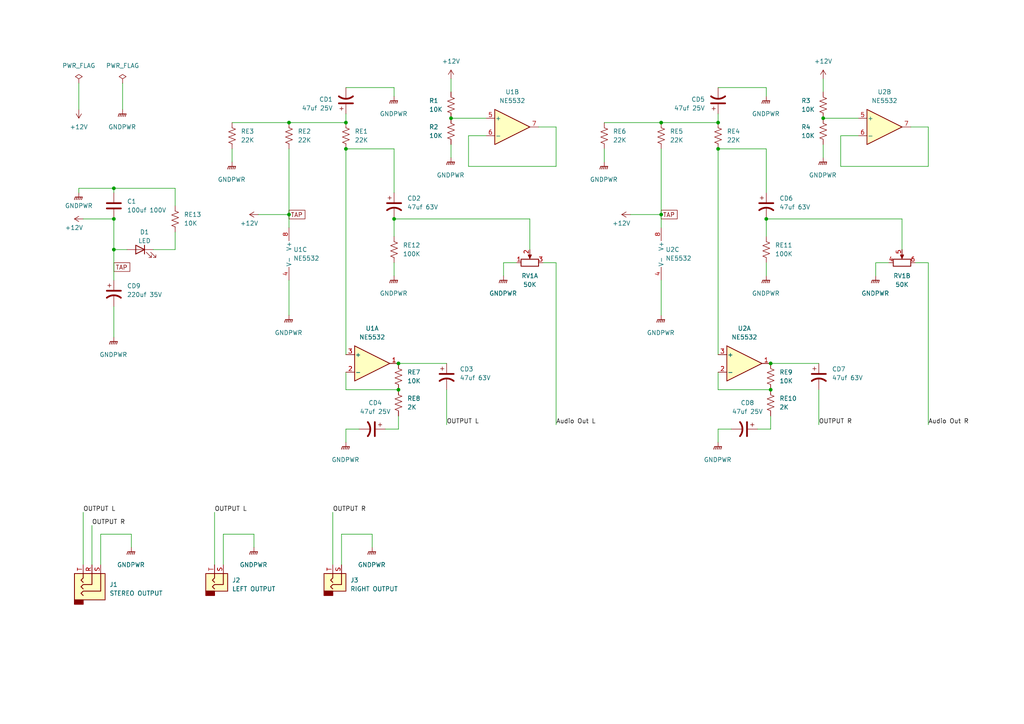
<source format=kicad_sch>
(kicad_sch (version 20211123) (generator eeschema)

  (uuid 2732632c-4768-42b6-bf7f-14643424019e)

  (paper "A4")

  (title_block
    (title "MIDI Box - Headphone Amp")
    (date "2022-04-04")
    (rev "1.0")
    (company "Clarissa Walker")
    (comment 1 "from Classic 47 Variant [Reverse Engineered 47-PB0-DA1]")
    (comment 2 "Modified Specifically for the MIDI Box")
    (comment 3 "NE5532 Headphone Amp")
  )

  (lib_symbols
    (symbol "Amplifier_Operational:NE5532" (pin_names (offset 0.127)) (in_bom yes) (on_board yes)
      (property "Reference" "U" (id 0) (at 0 5.08 0)
        (effects (font (size 1.27 1.27)) (justify left))
      )
      (property "Value" "NE5532" (id 1) (at 0 -5.08 0)
        (effects (font (size 1.27 1.27)) (justify left))
      )
      (property "Footprint" "" (id 2) (at 0 0 0)
        (effects (font (size 1.27 1.27)) hide)
      )
      (property "Datasheet" "http://www.ti.com/lit/ds/symlink/ne5532.pdf" (id 3) (at 0 0 0)
        (effects (font (size 1.27 1.27)) hide)
      )
      (property "ki_locked" "" (id 4) (at 0 0 0)
        (effects (font (size 1.27 1.27)))
      )
      (property "ki_keywords" "dual opamp" (id 5) (at 0 0 0)
        (effects (font (size 1.27 1.27)) hide)
      )
      (property "ki_description" "Dual Low-Noise Operational Amplifiers, DIP-8/SOIC-8" (id 6) (at 0 0 0)
        (effects (font (size 1.27 1.27)) hide)
      )
      (property "ki_fp_filters" "SOIC*3.9x4.9mm*P1.27mm* DIP*W7.62mm* TO*99* OnSemi*Micro8* TSSOP*3x3mm*P0.65mm* TSSOP*4.4x3mm*P0.65mm* MSOP*3x3mm*P0.65mm* SSOP*3.9x4.9mm*P0.635mm* LFCSP*2x2mm*P0.5mm* *SIP* SOIC*5.3x6.2mm*P1.27mm*" (id 7) (at 0 0 0)
        (effects (font (size 1.27 1.27)) hide)
      )
      (symbol "NE5532_1_1"
        (polyline
          (pts
            (xy -5.08 5.08)
            (xy 5.08 0)
            (xy -5.08 -5.08)
            (xy -5.08 5.08)
          )
          (stroke (width 0.254) (type default) (color 0 0 0 0))
          (fill (type background))
        )
        (pin output line (at 7.62 0 180) (length 2.54)
          (name "~" (effects (font (size 1.27 1.27))))
          (number "1" (effects (font (size 1.27 1.27))))
        )
        (pin input line (at -7.62 -2.54 0) (length 2.54)
          (name "-" (effects (font (size 1.27 1.27))))
          (number "2" (effects (font (size 1.27 1.27))))
        )
        (pin input line (at -7.62 2.54 0) (length 2.54)
          (name "+" (effects (font (size 1.27 1.27))))
          (number "3" (effects (font (size 1.27 1.27))))
        )
      )
      (symbol "NE5532_2_1"
        (polyline
          (pts
            (xy -5.08 5.08)
            (xy 5.08 0)
            (xy -5.08 -5.08)
            (xy -5.08 5.08)
          )
          (stroke (width 0.254) (type default) (color 0 0 0 0))
          (fill (type background))
        )
        (pin input line (at -7.62 2.54 0) (length 2.54)
          (name "+" (effects (font (size 1.27 1.27))))
          (number "5" (effects (font (size 1.27 1.27))))
        )
        (pin input line (at -7.62 -2.54 0) (length 2.54)
          (name "-" (effects (font (size 1.27 1.27))))
          (number "6" (effects (font (size 1.27 1.27))))
        )
        (pin output line (at 7.62 0 180) (length 2.54)
          (name "~" (effects (font (size 1.27 1.27))))
          (number "7" (effects (font (size 1.27 1.27))))
        )
      )
      (symbol "NE5532_3_1"
        (pin power_in line (at -2.54 -7.62 90) (length 3.81)
          (name "V-" (effects (font (size 1.27 1.27))))
          (number "4" (effects (font (size 1.27 1.27))))
        )
        (pin power_in line (at -2.54 7.62 270) (length 3.81)
          (name "V+" (effects (font (size 1.27 1.27))))
          (number "8" (effects (font (size 1.27 1.27))))
        )
      )
    )
    (symbol "Connector:AudioJack2" (in_bom yes) (on_board yes)
      (property "Reference" "J" (id 0) (at 0 8.89 0)
        (effects (font (size 1.27 1.27)))
      )
      (property "Value" "AudioJack2" (id 1) (at 0 6.35 0)
        (effects (font (size 1.27 1.27)))
      )
      (property "Footprint" "" (id 2) (at 0 0 0)
        (effects (font (size 1.27 1.27)) hide)
      )
      (property "Datasheet" "~" (id 3) (at 0 0 0)
        (effects (font (size 1.27 1.27)) hide)
      )
      (property "ki_keywords" "audio jack receptacle mono phone headphone TS connector" (id 4) (at 0 0 0)
        (effects (font (size 1.27 1.27)) hide)
      )
      (property "ki_description" "Audio Jack, 2 Poles (Mono / TS)" (id 5) (at 0 0 0)
        (effects (font (size 1.27 1.27)) hide)
      )
      (property "ki_fp_filters" "Jack*" (id 6) (at 0 0 0)
        (effects (font (size 1.27 1.27)) hide)
      )
      (symbol "AudioJack2_0_1"
        (rectangle (start -3.81 0) (end -2.54 -2.54)
          (stroke (width 0.254) (type default) (color 0 0 0 0))
          (fill (type outline))
        )
        (rectangle (start -2.54 3.81) (end 2.54 -2.54)
          (stroke (width 0.254) (type default) (color 0 0 0 0))
          (fill (type background))
        )
        (polyline
          (pts
            (xy 0 0)
            (xy 0.635 -0.635)
            (xy 1.27 0)
            (xy 2.54 0)
          )
          (stroke (width 0.254) (type default) (color 0 0 0 0))
          (fill (type none))
        )
        (polyline
          (pts
            (xy 2.54 2.54)
            (xy -0.635 2.54)
            (xy -0.635 0)
            (xy -1.27 -0.635)
            (xy -1.905 0)
          )
          (stroke (width 0.254) (type default) (color 0 0 0 0))
          (fill (type none))
        )
      )
      (symbol "AudioJack2_1_1"
        (pin passive line (at 5.08 2.54 180) (length 2.54)
          (name "~" (effects (font (size 1.27 1.27))))
          (number "S" (effects (font (size 1.27 1.27))))
        )
        (pin passive line (at 5.08 0 180) (length 2.54)
          (name "~" (effects (font (size 1.27 1.27))))
          (number "T" (effects (font (size 1.27 1.27))))
        )
      )
    )
    (symbol "Connector:AudioJack3" (in_bom yes) (on_board yes)
      (property "Reference" "J" (id 0) (at 0 8.89 0)
        (effects (font (size 1.27 1.27)))
      )
      (property "Value" "AudioJack3" (id 1) (at 0 6.35 0)
        (effects (font (size 1.27 1.27)))
      )
      (property "Footprint" "" (id 2) (at 0 0 0)
        (effects (font (size 1.27 1.27)) hide)
      )
      (property "Datasheet" "~" (id 3) (at 0 0 0)
        (effects (font (size 1.27 1.27)) hide)
      )
      (property "ki_keywords" "audio jack receptacle stereo headphones phones TRS connector" (id 4) (at 0 0 0)
        (effects (font (size 1.27 1.27)) hide)
      )
      (property "ki_description" "Audio Jack, 3 Poles (Stereo / TRS)" (id 5) (at 0 0 0)
        (effects (font (size 1.27 1.27)) hide)
      )
      (property "ki_fp_filters" "Jack*" (id 6) (at 0 0 0)
        (effects (font (size 1.27 1.27)) hide)
      )
      (symbol "AudioJack3_0_1"
        (rectangle (start -5.08 -5.08) (end -6.35 -2.54)
          (stroke (width 0.254) (type default) (color 0 0 0 0))
          (fill (type outline))
        )
        (polyline
          (pts
            (xy 0 -2.54)
            (xy 0.635 -3.175)
            (xy 1.27 -2.54)
            (xy 2.54 -2.54)
          )
          (stroke (width 0.254) (type default) (color 0 0 0 0))
          (fill (type none))
        )
        (polyline
          (pts
            (xy -1.905 -2.54)
            (xy -1.27 -3.175)
            (xy -0.635 -2.54)
            (xy -0.635 0)
            (xy 2.54 0)
          )
          (stroke (width 0.254) (type default) (color 0 0 0 0))
          (fill (type none))
        )
        (polyline
          (pts
            (xy 2.54 2.54)
            (xy -2.54 2.54)
            (xy -2.54 -2.54)
            (xy -3.175 -3.175)
            (xy -3.81 -2.54)
          )
          (stroke (width 0.254) (type default) (color 0 0 0 0))
          (fill (type none))
        )
        (rectangle (start 2.54 3.81) (end -5.08 -5.08)
          (stroke (width 0.254) (type default) (color 0 0 0 0))
          (fill (type background))
        )
      )
      (symbol "AudioJack3_1_1"
        (pin passive line (at 5.08 0 180) (length 2.54)
          (name "~" (effects (font (size 1.27 1.27))))
          (number "R" (effects (font (size 1.27 1.27))))
        )
        (pin passive line (at 5.08 2.54 180) (length 2.54)
          (name "~" (effects (font (size 1.27 1.27))))
          (number "S" (effects (font (size 1.27 1.27))))
        )
        (pin passive line (at 5.08 -2.54 180) (length 2.54)
          (name "~" (effects (font (size 1.27 1.27))))
          (number "T" (effects (font (size 1.27 1.27))))
        )
      )
    )
    (symbol "Device:C" (pin_numbers hide) (pin_names (offset 0.254)) (in_bom yes) (on_board yes)
      (property "Reference" "C" (id 0) (at 0.635 2.54 0)
        (effects (font (size 1.27 1.27)) (justify left))
      )
      (property "Value" "C" (id 1) (at 0.635 -2.54 0)
        (effects (font (size 1.27 1.27)) (justify left))
      )
      (property "Footprint" "" (id 2) (at 0.9652 -3.81 0)
        (effects (font (size 1.27 1.27)) hide)
      )
      (property "Datasheet" "~" (id 3) (at 0 0 0)
        (effects (font (size 1.27 1.27)) hide)
      )
      (property "ki_keywords" "cap capacitor" (id 4) (at 0 0 0)
        (effects (font (size 1.27 1.27)) hide)
      )
      (property "ki_description" "Unpolarized capacitor" (id 5) (at 0 0 0)
        (effects (font (size 1.27 1.27)) hide)
      )
      (property "ki_fp_filters" "C_*" (id 6) (at 0 0 0)
        (effects (font (size 1.27 1.27)) hide)
      )
      (symbol "C_0_1"
        (polyline
          (pts
            (xy -2.032 -0.762)
            (xy 2.032 -0.762)
          )
          (stroke (width 0.508) (type default) (color 0 0 0 0))
          (fill (type none))
        )
        (polyline
          (pts
            (xy -2.032 0.762)
            (xy 2.032 0.762)
          )
          (stroke (width 0.508) (type default) (color 0 0 0 0))
          (fill (type none))
        )
      )
      (symbol "C_1_1"
        (pin passive line (at 0 3.81 270) (length 2.794)
          (name "~" (effects (font (size 1.27 1.27))))
          (number "1" (effects (font (size 1.27 1.27))))
        )
        (pin passive line (at 0 -3.81 90) (length 2.794)
          (name "~" (effects (font (size 1.27 1.27))))
          (number "2" (effects (font (size 1.27 1.27))))
        )
      )
    )
    (symbol "Device:C_Polarized_US" (pin_numbers hide) (pin_names (offset 0.254) hide) (in_bom yes) (on_board yes)
      (property "Reference" "C" (id 0) (at 0.635 2.54 0)
        (effects (font (size 1.27 1.27)) (justify left))
      )
      (property "Value" "C_Polarized_US" (id 1) (at 0.635 -2.54 0)
        (effects (font (size 1.27 1.27)) (justify left))
      )
      (property "Footprint" "" (id 2) (at 0 0 0)
        (effects (font (size 1.27 1.27)) hide)
      )
      (property "Datasheet" "~" (id 3) (at 0 0 0)
        (effects (font (size 1.27 1.27)) hide)
      )
      (property "ki_keywords" "cap capacitor" (id 4) (at 0 0 0)
        (effects (font (size 1.27 1.27)) hide)
      )
      (property "ki_description" "Polarized capacitor, US symbol" (id 5) (at 0 0 0)
        (effects (font (size 1.27 1.27)) hide)
      )
      (property "ki_fp_filters" "CP_*" (id 6) (at 0 0 0)
        (effects (font (size 1.27 1.27)) hide)
      )
      (symbol "C_Polarized_US_0_1"
        (polyline
          (pts
            (xy -2.032 0.762)
            (xy 2.032 0.762)
          )
          (stroke (width 0.508) (type default) (color 0 0 0 0))
          (fill (type none))
        )
        (polyline
          (pts
            (xy -1.778 2.286)
            (xy -0.762 2.286)
          )
          (stroke (width 0) (type default) (color 0 0 0 0))
          (fill (type none))
        )
        (polyline
          (pts
            (xy -1.27 1.778)
            (xy -1.27 2.794)
          )
          (stroke (width 0) (type default) (color 0 0 0 0))
          (fill (type none))
        )
        (arc (start 2.032 -1.27) (mid 0 -0.5572) (end -2.032 -1.27)
          (stroke (width 0.508) (type default) (color 0 0 0 0))
          (fill (type none))
        )
      )
      (symbol "C_Polarized_US_1_1"
        (pin passive line (at 0 3.81 270) (length 2.794)
          (name "~" (effects (font (size 1.27 1.27))))
          (number "1" (effects (font (size 1.27 1.27))))
        )
        (pin passive line (at 0 -3.81 90) (length 3.302)
          (name "~" (effects (font (size 1.27 1.27))))
          (number "2" (effects (font (size 1.27 1.27))))
        )
      )
    )
    (symbol "Device:LED" (pin_numbers hide) (pin_names (offset 1.016) hide) (in_bom yes) (on_board yes)
      (property "Reference" "D" (id 0) (at 0 2.54 0)
        (effects (font (size 1.27 1.27)))
      )
      (property "Value" "LED" (id 1) (at 0 -2.54 0)
        (effects (font (size 1.27 1.27)))
      )
      (property "Footprint" "" (id 2) (at 0 0 0)
        (effects (font (size 1.27 1.27)) hide)
      )
      (property "Datasheet" "~" (id 3) (at 0 0 0)
        (effects (font (size 1.27 1.27)) hide)
      )
      (property "ki_keywords" "LED diode" (id 4) (at 0 0 0)
        (effects (font (size 1.27 1.27)) hide)
      )
      (property "ki_description" "Light emitting diode" (id 5) (at 0 0 0)
        (effects (font (size 1.27 1.27)) hide)
      )
      (property "ki_fp_filters" "LED* LED_SMD:* LED_THT:*" (id 6) (at 0 0 0)
        (effects (font (size 1.27 1.27)) hide)
      )
      (symbol "LED_0_1"
        (polyline
          (pts
            (xy -1.27 -1.27)
            (xy -1.27 1.27)
          )
          (stroke (width 0.254) (type default) (color 0 0 0 0))
          (fill (type none))
        )
        (polyline
          (pts
            (xy -1.27 0)
            (xy 1.27 0)
          )
          (stroke (width 0) (type default) (color 0 0 0 0))
          (fill (type none))
        )
        (polyline
          (pts
            (xy 1.27 -1.27)
            (xy 1.27 1.27)
            (xy -1.27 0)
            (xy 1.27 -1.27)
          )
          (stroke (width 0.254) (type default) (color 0 0 0 0))
          (fill (type none))
        )
        (polyline
          (pts
            (xy -3.048 -0.762)
            (xy -4.572 -2.286)
            (xy -3.81 -2.286)
            (xy -4.572 -2.286)
            (xy -4.572 -1.524)
          )
          (stroke (width 0) (type default) (color 0 0 0 0))
          (fill (type none))
        )
        (polyline
          (pts
            (xy -1.778 -0.762)
            (xy -3.302 -2.286)
            (xy -2.54 -2.286)
            (xy -3.302 -2.286)
            (xy -3.302 -1.524)
          )
          (stroke (width 0) (type default) (color 0 0 0 0))
          (fill (type none))
        )
      )
      (symbol "LED_1_1"
        (pin passive line (at -3.81 0 0) (length 2.54)
          (name "K" (effects (font (size 1.27 1.27))))
          (number "1" (effects (font (size 1.27 1.27))))
        )
        (pin passive line (at 3.81 0 180) (length 2.54)
          (name "A" (effects (font (size 1.27 1.27))))
          (number "2" (effects (font (size 1.27 1.27))))
        )
      )
    )
    (symbol "Device:R_Potentiometer_Dual_Separate" (pin_names (offset 1.016) hide) (in_bom yes) (on_board yes)
      (property "Reference" "RV" (id 0) (at -4.445 0 90)
        (effects (font (size 1.27 1.27)))
      )
      (property "Value" "R_Potentiometer_Dual_Separate" (id 1) (at -2.54 0 90)
        (effects (font (size 1.27 1.27)))
      )
      (property "Footprint" "" (id 2) (at 0 0 0)
        (effects (font (size 1.27 1.27)) hide)
      )
      (property "Datasheet" "~" (id 3) (at 0 0 0)
        (effects (font (size 1.27 1.27)) hide)
      )
      (property "ki_keywords" "resistor variable" (id 4) (at 0 0 0)
        (effects (font (size 1.27 1.27)) hide)
      )
      (property "ki_description" "Dual potentiometer, separate units" (id 5) (at 0 0 0)
        (effects (font (size 1.27 1.27)) hide)
      )
      (property "ki_fp_filters" "Potentiometer*" (id 6) (at 0 0 0)
        (effects (font (size 1.27 1.27)) hide)
      )
      (symbol "R_Potentiometer_Dual_Separate_0_1"
        (polyline
          (pts
            (xy 2.54 0)
            (xy 1.524 0)
          )
          (stroke (width 0) (type default) (color 0 0 0 0))
          (fill (type none))
        )
        (polyline
          (pts
            (xy 1.143 0)
            (xy 2.286 0.508)
            (xy 2.286 -0.508)
            (xy 1.143 0)
          )
          (stroke (width 0) (type default) (color 0 0 0 0))
          (fill (type outline))
        )
        (rectangle (start 1.016 2.54) (end -1.016 -2.54)
          (stroke (width 0.254) (type default) (color 0 0 0 0))
          (fill (type none))
        )
      )
      (symbol "R_Potentiometer_Dual_Separate_1_1"
        (pin passive line (at 0 3.81 270) (length 1.27)
          (name "1" (effects (font (size 1.27 1.27))))
          (number "1" (effects (font (size 1.27 1.27))))
        )
        (pin passive line (at 3.81 0 180) (length 1.27)
          (name "2" (effects (font (size 1.27 1.27))))
          (number "2" (effects (font (size 1.27 1.27))))
        )
        (pin passive line (at 0 -3.81 90) (length 1.27)
          (name "3" (effects (font (size 1.27 1.27))))
          (number "3" (effects (font (size 1.27 1.27))))
        )
      )
      (symbol "R_Potentiometer_Dual_Separate_2_1"
        (pin passive line (at 0 3.81 270) (length 1.27)
          (name "4" (effects (font (size 1.27 1.27))))
          (number "4" (effects (font (size 1.27 1.27))))
        )
        (pin passive line (at 3.81 0 180) (length 1.27)
          (name "5" (effects (font (size 1.27 1.27))))
          (number "5" (effects (font (size 1.27 1.27))))
        )
        (pin passive line (at 0 -3.81 90) (length 1.27)
          (name "6" (effects (font (size 1.27 1.27))))
          (number "6" (effects (font (size 1.27 1.27))))
        )
      )
    )
    (symbol "Device:R_US" (pin_numbers hide) (pin_names (offset 0)) (in_bom yes) (on_board yes)
      (property "Reference" "R" (id 0) (at 2.54 0 90)
        (effects (font (size 1.27 1.27)))
      )
      (property "Value" "R_US" (id 1) (at -2.54 0 90)
        (effects (font (size 1.27 1.27)))
      )
      (property "Footprint" "" (id 2) (at 1.016 -0.254 90)
        (effects (font (size 1.27 1.27)) hide)
      )
      (property "Datasheet" "~" (id 3) (at 0 0 0)
        (effects (font (size 1.27 1.27)) hide)
      )
      (property "ki_keywords" "R res resistor" (id 4) (at 0 0 0)
        (effects (font (size 1.27 1.27)) hide)
      )
      (property "ki_description" "Resistor, US symbol" (id 5) (at 0 0 0)
        (effects (font (size 1.27 1.27)) hide)
      )
      (property "ki_fp_filters" "R_*" (id 6) (at 0 0 0)
        (effects (font (size 1.27 1.27)) hide)
      )
      (symbol "R_US_0_1"
        (polyline
          (pts
            (xy 0 -2.286)
            (xy 0 -2.54)
          )
          (stroke (width 0) (type default) (color 0 0 0 0))
          (fill (type none))
        )
        (polyline
          (pts
            (xy 0 2.286)
            (xy 0 2.54)
          )
          (stroke (width 0) (type default) (color 0 0 0 0))
          (fill (type none))
        )
        (polyline
          (pts
            (xy 0 -0.762)
            (xy 1.016 -1.143)
            (xy 0 -1.524)
            (xy -1.016 -1.905)
            (xy 0 -2.286)
          )
          (stroke (width 0) (type default) (color 0 0 0 0))
          (fill (type none))
        )
        (polyline
          (pts
            (xy 0 0.762)
            (xy 1.016 0.381)
            (xy 0 0)
            (xy -1.016 -0.381)
            (xy 0 -0.762)
          )
          (stroke (width 0) (type default) (color 0 0 0 0))
          (fill (type none))
        )
        (polyline
          (pts
            (xy 0 2.286)
            (xy 1.016 1.905)
            (xy 0 1.524)
            (xy -1.016 1.143)
            (xy 0 0.762)
          )
          (stroke (width 0) (type default) (color 0 0 0 0))
          (fill (type none))
        )
      )
      (symbol "R_US_1_1"
        (pin passive line (at 0 3.81 270) (length 1.27)
          (name "~" (effects (font (size 1.27 1.27))))
          (number "1" (effects (font (size 1.27 1.27))))
        )
        (pin passive line (at 0 -3.81 90) (length 1.27)
          (name "~" (effects (font (size 1.27 1.27))))
          (number "2" (effects (font (size 1.27 1.27))))
        )
      )
    )
    (symbol "power:+12V" (power) (pin_names (offset 0)) (in_bom yes) (on_board yes)
      (property "Reference" "#PWR" (id 0) (at 0 -3.81 0)
        (effects (font (size 1.27 1.27)) hide)
      )
      (property "Value" "+12V" (id 1) (at 0 3.556 0)
        (effects (font (size 1.27 1.27)))
      )
      (property "Footprint" "" (id 2) (at 0 0 0)
        (effects (font (size 1.27 1.27)) hide)
      )
      (property "Datasheet" "" (id 3) (at 0 0 0)
        (effects (font (size 1.27 1.27)) hide)
      )
      (property "ki_keywords" "power-flag" (id 4) (at 0 0 0)
        (effects (font (size 1.27 1.27)) hide)
      )
      (property "ki_description" "Power symbol creates a global label with name \"+12V\"" (id 5) (at 0 0 0)
        (effects (font (size 1.27 1.27)) hide)
      )
      (symbol "+12V_0_1"
        (polyline
          (pts
            (xy -0.762 1.27)
            (xy 0 2.54)
          )
          (stroke (width 0) (type default) (color 0 0 0 0))
          (fill (type none))
        )
        (polyline
          (pts
            (xy 0 0)
            (xy 0 2.54)
          )
          (stroke (width 0) (type default) (color 0 0 0 0))
          (fill (type none))
        )
        (polyline
          (pts
            (xy 0 2.54)
            (xy 0.762 1.27)
          )
          (stroke (width 0) (type default) (color 0 0 0 0))
          (fill (type none))
        )
      )
      (symbol "+12V_1_1"
        (pin power_in line (at 0 0 90) (length 0) hide
          (name "+12V" (effects (font (size 1.27 1.27))))
          (number "1" (effects (font (size 1.27 1.27))))
        )
      )
    )
    (symbol "power:GNDPWR" (power) (pin_names (offset 0)) (in_bom yes) (on_board yes)
      (property "Reference" "#PWR" (id 0) (at 0 -5.08 0)
        (effects (font (size 1.27 1.27)) hide)
      )
      (property "Value" "GNDPWR" (id 1) (at 0 -3.302 0)
        (effects (font (size 1.27 1.27)))
      )
      (property "Footprint" "" (id 2) (at 0 -1.27 0)
        (effects (font (size 1.27 1.27)) hide)
      )
      (property "Datasheet" "" (id 3) (at 0 -1.27 0)
        (effects (font (size 1.27 1.27)) hide)
      )
      (property "ki_keywords" "power-flag" (id 4) (at 0 0 0)
        (effects (font (size 1.27 1.27)) hide)
      )
      (property "ki_description" "Power symbol creates a global label with name \"GNDPWR\" , power ground" (id 5) (at 0 0 0)
        (effects (font (size 1.27 1.27)) hide)
      )
      (symbol "GNDPWR_0_1"
        (polyline
          (pts
            (xy 0 -1.27)
            (xy 0 0)
          )
          (stroke (width 0) (type default) (color 0 0 0 0))
          (fill (type none))
        )
        (polyline
          (pts
            (xy -1.016 -1.27)
            (xy -1.27 -2.032)
            (xy -1.27 -2.032)
          )
          (stroke (width 0.2032) (type default) (color 0 0 0 0))
          (fill (type none))
        )
        (polyline
          (pts
            (xy -0.508 -1.27)
            (xy -0.762 -2.032)
            (xy -0.762 -2.032)
          )
          (stroke (width 0.2032) (type default) (color 0 0 0 0))
          (fill (type none))
        )
        (polyline
          (pts
            (xy 0 -1.27)
            (xy -0.254 -2.032)
            (xy -0.254 -2.032)
          )
          (stroke (width 0.2032) (type default) (color 0 0 0 0))
          (fill (type none))
        )
        (polyline
          (pts
            (xy 0.508 -1.27)
            (xy 0.254 -2.032)
            (xy 0.254 -2.032)
          )
          (stroke (width 0.2032) (type default) (color 0 0 0 0))
          (fill (type none))
        )
        (polyline
          (pts
            (xy 1.016 -1.27)
            (xy -1.016 -1.27)
            (xy -1.016 -1.27)
          )
          (stroke (width 0.2032) (type default) (color 0 0 0 0))
          (fill (type none))
        )
        (polyline
          (pts
            (xy 1.016 -1.27)
            (xy 0.762 -2.032)
            (xy 0.762 -2.032)
            (xy 0.762 -2.032)
          )
          (stroke (width 0.2032) (type default) (color 0 0 0 0))
          (fill (type none))
        )
      )
      (symbol "GNDPWR_1_1"
        (pin power_in line (at 0 0 270) (length 0) hide
          (name "GNDPWR" (effects (font (size 1.27 1.27))))
          (number "1" (effects (font (size 1.27 1.27))))
        )
      )
    )
    (symbol "power:PWR_FLAG" (power) (pin_numbers hide) (pin_names (offset 0) hide) (in_bom yes) (on_board yes)
      (property "Reference" "#FLG" (id 0) (at 0 1.905 0)
        (effects (font (size 1.27 1.27)) hide)
      )
      (property "Value" "PWR_FLAG" (id 1) (at 0 3.81 0)
        (effects (font (size 1.27 1.27)))
      )
      (property "Footprint" "" (id 2) (at 0 0 0)
        (effects (font (size 1.27 1.27)) hide)
      )
      (property "Datasheet" "~" (id 3) (at 0 0 0)
        (effects (font (size 1.27 1.27)) hide)
      )
      (property "ki_keywords" "power-flag" (id 4) (at 0 0 0)
        (effects (font (size 1.27 1.27)) hide)
      )
      (property "ki_description" "Special symbol for telling ERC where power comes from" (id 5) (at 0 0 0)
        (effects (font (size 1.27 1.27)) hide)
      )
      (symbol "PWR_FLAG_0_0"
        (pin power_out line (at 0 0 90) (length 0)
          (name "pwr" (effects (font (size 1.27 1.27))))
          (number "1" (effects (font (size 1.27 1.27))))
        )
      )
      (symbol "PWR_FLAG_0_1"
        (polyline
          (pts
            (xy 0 0)
            (xy 0 1.27)
            (xy -1.016 1.905)
            (xy 0 2.54)
            (xy 1.016 1.905)
            (xy 0 1.27)
          )
          (stroke (width 0) (type default) (color 0 0 0 0))
          (fill (type none))
        )
      )
    )
  )

  (junction (at 223.52 105.41) (diameter 0) (color 0 0 0 0)
    (uuid 0fb6de65-caec-4ecd-b18a-cb249940e047)
  )
  (junction (at 33.02 72.39) (diameter 0) (color 0 0 0 0)
    (uuid 24015166-b475-4fc9-9d42-b8cb6affe825)
  )
  (junction (at 115.57 113.03) (diameter 0) (color 0 0 0 0)
    (uuid 2cc4411b-61e5-43aa-961b-c7fca25d0c0f)
  )
  (junction (at 208.28 35.56) (diameter 0) (color 0 0 0 0)
    (uuid 3254e6cd-e3a3-4af5-9076-fe08a53a2b17)
  )
  (junction (at 238.76 34.29) (diameter 0) (color 0 0 0 0)
    (uuid 3ede9a65-92e7-44f6-b9f3-04b92db067e1)
  )
  (junction (at 191.77 62.23) (diameter 0) (color 0 0 0 0)
    (uuid 6635138d-edb4-479b-8214-15cfcaeea8d1)
  )
  (junction (at 100.33 35.56) (diameter 0) (color 0 0 0 0)
    (uuid 6712fc92-74cd-4086-bab6-9272c48fd8d6)
  )
  (junction (at 222.25 63.5) (diameter 0) (color 0 0 0 0)
    (uuid 7273e6d2-be8c-4c23-ab58-457096a58a59)
  )
  (junction (at 223.52 113.03) (diameter 0) (color 0 0 0 0)
    (uuid 7e96f57b-5461-426c-b0e1-2aa49c93bc41)
  )
  (junction (at 33.02 54.61) (diameter 0) (color 0 0 0 0)
    (uuid 893674fc-4f39-4e3b-8333-425fcaa60382)
  )
  (junction (at 208.28 43.18) (diameter 0) (color 0 0 0 0)
    (uuid 9fc468a4-7898-4be2-883a-f0ca731ab84a)
  )
  (junction (at 191.77 35.56) (diameter 0) (color 0 0 0 0)
    (uuid a3bbbabc-523b-4066-8b23-bc93959b69fa)
  )
  (junction (at 33.02 63.5) (diameter 0) (color 0 0 0 0)
    (uuid b0503bc2-dc0b-4492-bfe7-7831d56ace56)
  )
  (junction (at 83.82 35.56) (diameter 0) (color 0 0 0 0)
    (uuid b40b602a-eb67-4b32-ae4f-b0d62612eefd)
  )
  (junction (at 114.3 63.5) (diameter 0) (color 0 0 0 0)
    (uuid b4951683-3bb2-493a-bf2e-ad5cc353f57a)
  )
  (junction (at 83.82 62.23) (diameter 0) (color 0 0 0 0)
    (uuid bb7024b0-ccc5-41f5-baec-ee80cb087753)
  )
  (junction (at 115.57 105.41) (diameter 0) (color 0 0 0 0)
    (uuid beea375b-818b-41ff-8e70-548797215291)
  )
  (junction (at 100.33 43.18) (diameter 0) (color 0 0 0 0)
    (uuid c85024cc-7c22-4ad7-89fe-987d1b53b163)
  )
  (junction (at 130.81 34.29) (diameter 0) (color 0 0 0 0)
    (uuid e12e331b-471e-4faf-8073-a8ae3e469a83)
  )

  (wire (pts (xy 115.57 105.41) (xy 129.54 105.41))
    (stroke (width 0) (type default) (color 0 0 0 0))
    (uuid 0117d063-f5c4-4a18-96c7-b60ac0ddc864)
  )
  (wire (pts (xy 146.05 76.2) (xy 146.05 80.01))
    (stroke (width 0) (type default) (color 0 0 0 0))
    (uuid 02d0b525-9dab-4fbd-9a15-3f94bee7679b)
  )
  (wire (pts (xy 223.52 120.65) (xy 223.52 124.46))
    (stroke (width 0) (type default) (color 0 0 0 0))
    (uuid 080dd69a-ee7b-4d2f-865c-5a4bf5c3a34a)
  )
  (wire (pts (xy 208.28 33.02) (xy 208.28 35.56))
    (stroke (width 0) (type default) (color 0 0 0 0))
    (uuid 08385a1f-21d4-4ccf-b6a8-d925bbe323c5)
  )
  (wire (pts (xy 33.02 72.39) (xy 33.02 81.28))
    (stroke (width 0) (type default) (color 0 0 0 0))
    (uuid 0ba4085e-90cc-43b4-a825-003f1aba5a6d)
  )
  (wire (pts (xy 64.77 163.83) (xy 64.77 154.94))
    (stroke (width 0) (type default) (color 0 0 0 0))
    (uuid 0d3818a7-4550-4541-81fa-45f62331b55d)
  )
  (wire (pts (xy 149.86 76.2) (xy 146.05 76.2))
    (stroke (width 0) (type default) (color 0 0 0 0))
    (uuid 0e0963c1-2534-420e-90d7-919f9b21151c)
  )
  (wire (pts (xy 96.52 148.59) (xy 96.52 163.83))
    (stroke (width 0) (type default) (color 0 0 0 0))
    (uuid 0f5d8f63-8313-43a3-89cd-b6f26ec6f592)
  )
  (wire (pts (xy 222.25 76.2) (xy 222.25 80.01))
    (stroke (width 0) (type default) (color 0 0 0 0))
    (uuid 104509ed-ad9e-4a0c-953c-1b72e298f11b)
  )
  (wire (pts (xy 64.77 154.94) (xy 73.66 154.94))
    (stroke (width 0) (type default) (color 0 0 0 0))
    (uuid 120795c4-8d3e-4f0d-8b2b-b67712a28373)
  )
  (wire (pts (xy 182.88 62.23) (xy 191.77 62.23))
    (stroke (width 0) (type default) (color 0 0 0 0))
    (uuid 12616250-a1f5-44bf-b3c5-d923f4c63ab2)
  )
  (wire (pts (xy 22.86 54.61) (xy 22.86 55.88))
    (stroke (width 0) (type default) (color 0 0 0 0))
    (uuid 128a8c7e-947a-4e84-8e66-279dfe230fae)
  )
  (wire (pts (xy 238.76 41.91) (xy 238.76 45.72))
    (stroke (width 0) (type default) (color 0 0 0 0))
    (uuid 1b3e3942-8a66-4d3b-834d-82b2fef077e4)
  )
  (wire (pts (xy 50.8 72.39) (xy 50.8 67.31))
    (stroke (width 0) (type default) (color 0 0 0 0))
    (uuid 1d05765a-373d-428e-8515-e13e8d52ee70)
  )
  (wire (pts (xy 24.13 148.59) (xy 24.13 163.83))
    (stroke (width 0) (type default) (color 0 0 0 0))
    (uuid 22027d4d-268d-4869-89b0-889b8534350d)
  )
  (wire (pts (xy 191.77 91.44) (xy 191.77 81.28))
    (stroke (width 0) (type default) (color 0 0 0 0))
    (uuid 229990da-da54-4934-a8e6-15ccbbafab65)
  )
  (wire (pts (xy 208.28 107.95) (xy 208.28 113.03))
    (stroke (width 0) (type default) (color 0 0 0 0))
    (uuid 247f7ae5-feea-483e-9310-d9433a4cd689)
  )
  (wire (pts (xy 100.33 124.46) (xy 100.33 128.27))
    (stroke (width 0) (type default) (color 0 0 0 0))
    (uuid 2715a3c0-d8c6-4980-b567-656a1fda7610)
  )
  (wire (pts (xy 238.76 34.29) (xy 248.92 34.29))
    (stroke (width 0) (type default) (color 0 0 0 0))
    (uuid 28c573c3-b068-4175-b4e9-dfcb9a2f51c0)
  )
  (wire (pts (xy 243.84 48.26) (xy 269.24 48.26))
    (stroke (width 0) (type default) (color 0 0 0 0))
    (uuid 292691c9-0530-43a2-9ec0-e449a9828153)
  )
  (wire (pts (xy 74.93 62.23) (xy 83.82 62.23))
    (stroke (width 0) (type default) (color 0 0 0 0))
    (uuid 2a274a75-8cb0-458f-8cc5-d9a4369f8124)
  )
  (wire (pts (xy 191.77 35.56) (xy 208.28 35.56))
    (stroke (width 0) (type default) (color 0 0 0 0))
    (uuid 2a60a3c0-27f3-4fb3-b33b-a153afa900c0)
  )
  (wire (pts (xy 24.13 63.5) (xy 33.02 63.5))
    (stroke (width 0) (type default) (color 0 0 0 0))
    (uuid 2cb8c3ab-ce15-42ba-bae0-c14b52fabf2e)
  )
  (wire (pts (xy 223.52 124.46) (xy 219.71 124.46))
    (stroke (width 0) (type default) (color 0 0 0 0))
    (uuid 2dca7f89-bb30-4fc6-a5d0-1163b723af9a)
  )
  (wire (pts (xy 22.86 54.61) (xy 33.02 54.61))
    (stroke (width 0) (type default) (color 0 0 0 0))
    (uuid 3048e075-7cb8-44b4-88f6-390bb4c976b4)
  )
  (wire (pts (xy 100.33 113.03) (xy 115.57 113.03))
    (stroke (width 0) (type default) (color 0 0 0 0))
    (uuid 33cd79b0-6775-460a-a593-8a5d8404f79f)
  )
  (wire (pts (xy 261.62 72.39) (xy 261.62 63.5))
    (stroke (width 0) (type default) (color 0 0 0 0))
    (uuid 3aef360c-02ff-484d-9b9f-db826e9e8449)
  )
  (wire (pts (xy 83.82 66.04) (xy 83.82 62.23))
    (stroke (width 0) (type default) (color 0 0 0 0))
    (uuid 3c91e5d6-d307-4aef-a6cc-87fbd513c94d)
  )
  (wire (pts (xy 269.24 76.2) (xy 265.43 76.2))
    (stroke (width 0) (type default) (color 0 0 0 0))
    (uuid 40031a2a-6b17-44a1-99cb-21997a07d60b)
  )
  (wire (pts (xy 153.67 63.5) (xy 114.3 63.5))
    (stroke (width 0) (type default) (color 0 0 0 0))
    (uuid 438cbfa6-2f27-4c3f-8289-7186ada7dd2d)
  )
  (wire (pts (xy 161.29 76.2) (xy 161.29 123.19))
    (stroke (width 0) (type default) (color 0 0 0 0))
    (uuid 498a16c7-a084-461d-8c5a-9968e3cc2423)
  )
  (wire (pts (xy 130.81 22.86) (xy 130.81 26.67))
    (stroke (width 0) (type default) (color 0 0 0 0))
    (uuid 4e90ea31-ee5c-41a1-96ce-a2f095154073)
  )
  (wire (pts (xy 115.57 124.46) (xy 115.57 120.65))
    (stroke (width 0) (type default) (color 0 0 0 0))
    (uuid 57e1300f-a369-4755-afb2-c728eec41409)
  )
  (wire (pts (xy 33.02 63.5) (xy 33.02 72.39))
    (stroke (width 0) (type default) (color 0 0 0 0))
    (uuid 58de0110-eab8-48d0-bf04-7d11b5c1c2f2)
  )
  (wire (pts (xy 26.67 152.4) (xy 26.67 163.83))
    (stroke (width 0) (type default) (color 0 0 0 0))
    (uuid 5c8d36a7-b5ec-4601-a012-8a76c8dfbd74)
  )
  (wire (pts (xy 67.31 43.18) (xy 67.31 46.99))
    (stroke (width 0) (type default) (color 0 0 0 0))
    (uuid 5cf698cb-d4eb-4afd-9f3c-d7f5cadacd58)
  )
  (wire (pts (xy 269.24 48.26) (xy 269.24 36.83))
    (stroke (width 0) (type default) (color 0 0 0 0))
    (uuid 5f264de0-829d-4122-ad52-cf2e48ffc92e)
  )
  (wire (pts (xy 264.16 36.83) (xy 269.24 36.83))
    (stroke (width 0) (type default) (color 0 0 0 0))
    (uuid 5f959e4d-0574-4162-a47a-6be90ebd6df7)
  )
  (wire (pts (xy 29.21 163.83) (xy 29.21 154.94))
    (stroke (width 0) (type default) (color 0 0 0 0))
    (uuid 61f5e8eb-2e22-4ecd-9c2c-63979bd40597)
  )
  (wire (pts (xy 257.81 76.2) (xy 254 76.2))
    (stroke (width 0) (type default) (color 0 0 0 0))
    (uuid 6810e82e-bd4e-42d1-a262-22fd882ca45f)
  )
  (wire (pts (xy 222.25 68.58) (xy 222.25 63.5))
    (stroke (width 0) (type default) (color 0 0 0 0))
    (uuid 686b1e5d-134e-4af0-9b94-2fdef4267743)
  )
  (wire (pts (xy 223.52 105.41) (xy 237.49 105.41))
    (stroke (width 0) (type default) (color 0 0 0 0))
    (uuid 69ecaa2f-9acb-4110-9191-7791a6f3c96d)
  )
  (wire (pts (xy 191.77 66.04) (xy 191.77 62.23))
    (stroke (width 0) (type default) (color 0 0 0 0))
    (uuid 6e754dc1-7418-4563-80d7-afd1f3702167)
  )
  (wire (pts (xy 100.33 43.18) (xy 114.3 43.18))
    (stroke (width 0) (type default) (color 0 0 0 0))
    (uuid 719225ae-fcef-4c10-ae83-d73f5e76777e)
  )
  (wire (pts (xy 140.97 39.37) (xy 135.89 39.37))
    (stroke (width 0) (type default) (color 0 0 0 0))
    (uuid 7374cc1a-2cec-49a1-8e8d-075bb848458d)
  )
  (wire (pts (xy 111.76 124.46) (xy 115.57 124.46))
    (stroke (width 0) (type default) (color 0 0 0 0))
    (uuid 73b37bfc-cc37-4dcb-80b1-c0ed418bd088)
  )
  (wire (pts (xy 100.33 25.4) (xy 114.3 25.4))
    (stroke (width 0) (type default) (color 0 0 0 0))
    (uuid 788ba4f7-121e-4c85-91d3-4c7f4c5d581c)
  )
  (wire (pts (xy 161.29 48.26) (xy 161.29 36.83))
    (stroke (width 0) (type default) (color 0 0 0 0))
    (uuid 7aba6dcc-3d3d-43c5-af61-32c3c0d178a1)
  )
  (wire (pts (xy 33.02 54.61) (xy 33.02 55.88))
    (stroke (width 0) (type default) (color 0 0 0 0))
    (uuid 7e57e07d-9adc-4bc7-bf3e-f31e8e1561e6)
  )
  (wire (pts (xy 104.14 124.46) (xy 100.33 124.46))
    (stroke (width 0) (type default) (color 0 0 0 0))
    (uuid 8001ec37-c7fd-44de-8753-52699d63b921)
  )
  (wire (pts (xy 237.49 113.03) (xy 237.49 123.19))
    (stroke (width 0) (type default) (color 0 0 0 0))
    (uuid 82037c76-2a72-4e65-9850-bb35a267388f)
  )
  (wire (pts (xy 35.56 24.13) (xy 35.56 31.75))
    (stroke (width 0) (type default) (color 0 0 0 0))
    (uuid 82aa89b5-3617-419b-8e3d-8b7c06098ea6)
  )
  (wire (pts (xy 153.67 72.39) (xy 153.67 63.5))
    (stroke (width 0) (type default) (color 0 0 0 0))
    (uuid 85129123-3bc6-4c77-892d-275456a0388a)
  )
  (wire (pts (xy 130.81 34.29) (xy 140.97 34.29))
    (stroke (width 0) (type default) (color 0 0 0 0))
    (uuid 85df3362-51ac-4fa2-8c55-139beecdf415)
  )
  (wire (pts (xy 114.3 55.88) (xy 114.3 43.18))
    (stroke (width 0) (type default) (color 0 0 0 0))
    (uuid 86493191-3e7f-47b4-abcb-a5c67a47018e)
  )
  (wire (pts (xy 254 76.2) (xy 254 80.01))
    (stroke (width 0) (type default) (color 0 0 0 0))
    (uuid 88f5a4e0-6fa8-4ce0-9531-c548ebfc56ce)
  )
  (wire (pts (xy 22.86 24.13) (xy 22.86 31.75))
    (stroke (width 0) (type default) (color 0 0 0 0))
    (uuid 8d78cea2-222d-44f7-97d2-4ef69f6c4b3f)
  )
  (wire (pts (xy 248.92 39.37) (xy 243.84 39.37))
    (stroke (width 0) (type default) (color 0 0 0 0))
    (uuid 8ded50fb-82d8-4727-b2e2-2eb32846c03a)
  )
  (wire (pts (xy 62.23 148.59) (xy 62.23 163.83))
    (stroke (width 0) (type default) (color 0 0 0 0))
    (uuid 8f060dd8-8d3f-4498-815a-a62e360892a6)
  )
  (wire (pts (xy 107.95 154.94) (xy 107.95 158.75))
    (stroke (width 0) (type default) (color 0 0 0 0))
    (uuid 9027460f-18ba-4c47-ac69-ecc9c921d98a)
  )
  (wire (pts (xy 99.06 163.83) (xy 99.06 154.94))
    (stroke (width 0) (type default) (color 0 0 0 0))
    (uuid 9167d64e-691b-49d2-aa0b-617b235bc81c)
  )
  (wire (pts (xy 129.54 113.03) (xy 129.54 123.19))
    (stroke (width 0) (type default) (color 0 0 0 0))
    (uuid 9291ab48-267c-4232-bdd7-3bc3f4789c3b)
  )
  (wire (pts (xy 222.25 43.18) (xy 208.28 43.18))
    (stroke (width 0) (type default) (color 0 0 0 0))
    (uuid 92d2dfdb-22d1-4ea4-b481-9217b2a9478b)
  )
  (wire (pts (xy 29.21 154.94) (xy 38.1 154.94))
    (stroke (width 0) (type default) (color 0 0 0 0))
    (uuid 9439a6bb-c679-43b1-9f49-b7a326b1af15)
  )
  (wire (pts (xy 208.28 124.46) (xy 212.09 124.46))
    (stroke (width 0) (type default) (color 0 0 0 0))
    (uuid 943f08ab-4f7c-4dc0-9854-827cac78d462)
  )
  (wire (pts (xy 222.25 55.88) (xy 222.25 43.18))
    (stroke (width 0) (type default) (color 0 0 0 0))
    (uuid 95656c6a-5d23-4273-bc5b-fc35343cca40)
  )
  (wire (pts (xy 114.3 68.58) (xy 114.3 63.5))
    (stroke (width 0) (type default) (color 0 0 0 0))
    (uuid 98d8dbd3-9d2f-4a6a-9316-c73f7b0dbcff)
  )
  (wire (pts (xy 238.76 22.86) (xy 238.76 26.67))
    (stroke (width 0) (type default) (color 0 0 0 0))
    (uuid 9ef77d5d-c7a4-4a6a-b261-fc07f10ad03f)
  )
  (wire (pts (xy 50.8 54.61) (xy 33.02 54.61))
    (stroke (width 0) (type default) (color 0 0 0 0))
    (uuid 9f3ef0c1-4023-4251-9433-0b425df0e116)
  )
  (wire (pts (xy 269.24 76.2) (xy 269.24 123.19))
    (stroke (width 0) (type default) (color 0 0 0 0))
    (uuid 9fa7e7d3-1067-44f0-a11d-b34d67357833)
  )
  (wire (pts (xy 100.33 102.87) (xy 100.33 43.18))
    (stroke (width 0) (type default) (color 0 0 0 0))
    (uuid a1eff3db-e183-495b-82c3-f1cca73e33f6)
  )
  (wire (pts (xy 114.3 25.4) (xy 114.3 27.94))
    (stroke (width 0) (type default) (color 0 0 0 0))
    (uuid a53d1cf4-4a06-4c14-98b7-2cc7e6f2a6ee)
  )
  (wire (pts (xy 175.26 35.56) (xy 191.77 35.56))
    (stroke (width 0) (type default) (color 0 0 0 0))
    (uuid a8b26b05-0af7-4881-9989-855347e219e4)
  )
  (wire (pts (xy 100.33 33.02) (xy 100.33 35.56))
    (stroke (width 0) (type default) (color 0 0 0 0))
    (uuid aaa1b865-17f2-40de-9b9a-ca95f1f42d69)
  )
  (wire (pts (xy 44.45 72.39) (xy 50.8 72.39))
    (stroke (width 0) (type default) (color 0 0 0 0))
    (uuid afdfc2ba-3bcd-437b-91af-ecdce9f23db1)
  )
  (wire (pts (xy 83.82 35.56) (xy 100.33 35.56))
    (stroke (width 0) (type default) (color 0 0 0 0))
    (uuid b62e8eb5-2c6e-49d4-ae82-94d94fbf74b7)
  )
  (wire (pts (xy 243.84 39.37) (xy 243.84 48.26))
    (stroke (width 0) (type default) (color 0 0 0 0))
    (uuid b7a504a4-e4a9-4776-a9d5-530e2f66c229)
  )
  (wire (pts (xy 100.33 107.95) (xy 100.33 113.03))
    (stroke (width 0) (type default) (color 0 0 0 0))
    (uuid b7b21755-3685-4b1c-a5db-1414555d7a48)
  )
  (wire (pts (xy 99.06 154.94) (xy 107.95 154.94))
    (stroke (width 0) (type default) (color 0 0 0 0))
    (uuid bbfbab36-d0c4-456d-8474-3a5783522774)
  )
  (wire (pts (xy 67.31 35.56) (xy 83.82 35.56))
    (stroke (width 0) (type default) (color 0 0 0 0))
    (uuid c13ced0c-2abf-4244-a485-54ae39e63506)
  )
  (wire (pts (xy 50.8 59.69) (xy 50.8 54.61))
    (stroke (width 0) (type default) (color 0 0 0 0))
    (uuid ce4ed855-a137-43d1-a67c-13b91efe314a)
  )
  (wire (pts (xy 33.02 97.79) (xy 33.02 88.9))
    (stroke (width 0) (type default) (color 0 0 0 0))
    (uuid cf512d5b-5534-4392-8928-9065c202cba5)
  )
  (wire (pts (xy 36.83 72.39) (xy 33.02 72.39))
    (stroke (width 0) (type default) (color 0 0 0 0))
    (uuid d03d0b6d-42f4-4daa-9438-d879eebda306)
  )
  (wire (pts (xy 135.89 39.37) (xy 135.89 48.26))
    (stroke (width 0) (type default) (color 0 0 0 0))
    (uuid d0657e66-a8e5-4215-8090-7fd1342b100a)
  )
  (wire (pts (xy 191.77 43.18) (xy 191.77 62.23))
    (stroke (width 0) (type default) (color 0 0 0 0))
    (uuid d5720b26-3af6-4419-8164-930c9315e049)
  )
  (wire (pts (xy 38.1 154.94) (xy 38.1 158.75))
    (stroke (width 0) (type default) (color 0 0 0 0))
    (uuid d6f0c49c-e094-4374-8610-671ee58f3525)
  )
  (wire (pts (xy 161.29 76.2) (xy 157.48 76.2))
    (stroke (width 0) (type default) (color 0 0 0 0))
    (uuid d86e0a34-da74-472b-872b-df6989d6a3b1)
  )
  (wire (pts (xy 135.89 48.26) (xy 161.29 48.26))
    (stroke (width 0) (type default) (color 0 0 0 0))
    (uuid d8c2f264-fabe-47b8-bf69-1341b8430e77)
  )
  (wire (pts (xy 222.25 25.4) (xy 222.25 27.94))
    (stroke (width 0) (type default) (color 0 0 0 0))
    (uuid db7fadfd-b9c7-4ba4-8c6c-7eb05d48cf49)
  )
  (wire (pts (xy 208.28 102.87) (xy 208.28 43.18))
    (stroke (width 0) (type default) (color 0 0 0 0))
    (uuid de0ab8c0-81a2-4c10-8415-6d61e77e9a5a)
  )
  (wire (pts (xy 261.62 63.5) (xy 222.25 63.5))
    (stroke (width 0) (type default) (color 0 0 0 0))
    (uuid de11800b-d1b4-47da-84f7-efaca4e2d3a9)
  )
  (wire (pts (xy 83.82 91.44) (xy 83.82 81.28))
    (stroke (width 0) (type default) (color 0 0 0 0))
    (uuid de27b2b8-cc97-4e2d-b5f9-a75aaad608a1)
  )
  (wire (pts (xy 175.26 43.18) (xy 175.26 46.99))
    (stroke (width 0) (type default) (color 0 0 0 0))
    (uuid dfef54c9-36a2-4ac4-8c7f-75a7036ea854)
  )
  (wire (pts (xy 73.66 154.94) (xy 73.66 158.75))
    (stroke (width 0) (type default) (color 0 0 0 0))
    (uuid e275a16b-7f17-4c75-99e8-c1e9e40d30fd)
  )
  (wire (pts (xy 83.82 43.18) (xy 83.82 62.23))
    (stroke (width 0) (type default) (color 0 0 0 0))
    (uuid e557f494-e0cc-478c-af06-7b09fd1d1084)
  )
  (wire (pts (xy 114.3 76.2) (xy 114.3 80.01))
    (stroke (width 0) (type default) (color 0 0 0 0))
    (uuid eb9f6021-1eb1-486b-9fab-4dba885ab8ad)
  )
  (wire (pts (xy 208.28 128.27) (xy 208.28 124.46))
    (stroke (width 0) (type default) (color 0 0 0 0))
    (uuid ee60d49e-a0c5-4133-82ef-eef0953eb64e)
  )
  (wire (pts (xy 156.21 36.83) (xy 161.29 36.83))
    (stroke (width 0) (type default) (color 0 0 0 0))
    (uuid f228bad9-e78c-4a44-b06a-b87dfc530861)
  )
  (wire (pts (xy 208.28 25.4) (xy 222.25 25.4))
    (stroke (width 0) (type default) (color 0 0 0 0))
    (uuid f486c76d-b683-4c13-8e58-1066d0e764f7)
  )
  (wire (pts (xy 208.28 113.03) (xy 223.52 113.03))
    (stroke (width 0) (type default) (color 0 0 0 0))
    (uuid f6584de6-9bac-45d9-9625-c10aca89e5eb)
  )
  (wire (pts (xy 130.81 41.91) (xy 130.81 45.72))
    (stroke (width 0) (type default) (color 0 0 0 0))
    (uuid fcc748bf-1c54-489a-bc25-d30ced0003f9)
  )

  (label "Audio Out L" (at 161.29 123.19 0)
    (effects (font (size 1.27 1.27)) (justify left bottom))
    (uuid 14481bb8-3fdf-49bb-8b2a-102b279d959f)
  )
  (label "OUTPUT L" (at 129.54 123.19 0)
    (effects (font (size 1.27 1.27)) (justify left bottom))
    (uuid 1d1ba9d3-5cbe-4005-8402-6f0e812dbc05)
  )
  (label "OUTPUT L" (at 24.13 148.59 0)
    (effects (font (size 1.27 1.27)) (justify left bottom))
    (uuid 2e9fe2aa-647f-4e19-b1bc-694054740bf7)
  )
  (label "OUTPUT R" (at 96.52 148.59 0)
    (effects (font (size 1.27 1.27)) (justify left bottom))
    (uuid 361de23a-bd59-43c9-841d-d8709b5c33e1)
  )
  (label "OUTPUT R" (at 237.49 123.19 0)
    (effects (font (size 1.27 1.27)) (justify left bottom))
    (uuid 74a68b6a-b410-4381-99b4-c951bca14d32)
  )
  (label "Audio Out R" (at 269.24 123.19 0)
    (effects (font (size 1.27 1.27)) (justify left bottom))
    (uuid 779c8c3c-29a0-468f-bd4a-1fa79a8f043d)
  )
  (label "OUTPUT R" (at 26.67 152.4 0)
    (effects (font (size 1.27 1.27)) (justify left bottom))
    (uuid 94ba5c15-67e5-42be-bdc8-3f25feafb0ef)
  )
  (label "OUTPUT L" (at 62.23 148.59 0)
    (effects (font (size 1.27 1.27)) (justify left bottom))
    (uuid bf9dcc4d-d638-4b59-835f-4778dd25fb69)
  )

  (global_label "TAP" (shape passive) (at 33.02 77.47 0) (fields_autoplaced)
    (effects (font (size 1.27 1.27)) (justify left))
    (uuid 99323121-427d-45c7-83f0-2599994125bc)
    (property "Intersheet References" "${INTERSHEET_REFS}" (id 0) (at 38.7593 77.3906 0)
      (effects (font (size 1.27 1.27)) (justify left) hide)
    )
  )
  (global_label "TAP" (shape passive) (at 83.82 62.23 0) (fields_autoplaced)
    (effects (font (size 1.27 1.27)) (justify left))
    (uuid b617c882-6421-4560-bf56-b6857b247af5)
    (property "Intersheet References" "${INTERSHEET_REFS}" (id 0) (at 89.5593 62.1506 0)
      (effects (font (size 1.27 1.27)) (justify left) hide)
    )
  )
  (global_label "TAP" (shape passive) (at 191.77 62.23 0) (fields_autoplaced)
    (effects (font (size 1.27 1.27)) (justify left))
    (uuid c9fc8b45-c8fc-4661-a31b-71d50e7ddd2f)
    (property "Intersheet References" "${INTERSHEET_REFS}" (id 0) (at 197.5093 62.1506 0)
      (effects (font (size 1.27 1.27)) (justify left) hide)
    )
  )

  (symbol (lib_id "power:GNDPWR") (at 222.25 80.01 0) (unit 1)
    (in_bom yes) (on_board yes)
    (uuid 0af77dd0-8d50-4087-8653-043838275e8f)
    (property "Reference" "#PWR0114" (id 0) (at 222.25 85.09 0)
      (effects (font (size 1.27 1.27)) hide)
    )
    (property "Value" "GNDPWR" (id 1) (at 222.123 85.09 0))
    (property "Footprint" "" (id 2) (at 222.25 81.28 0)
      (effects (font (size 1.27 1.27)) hide)
    )
    (property "Datasheet" "" (id 3) (at 222.25 81.28 0)
      (effects (font (size 1.27 1.27)) hide)
    )
    (pin "1" (uuid 8b12056e-376f-4252-9a14-7bd78ae78534))
  )

  (symbol (lib_id "power:GNDPWR") (at 191.77 91.44 0) (unit 1)
    (in_bom yes) (on_board yes)
    (uuid 0c92c32d-4c43-494c-97d0-ceef34c2a779)
    (property "Reference" "#PWR0111" (id 0) (at 191.77 96.52 0)
      (effects (font (size 1.27 1.27)) hide)
    )
    (property "Value" "GNDPWR" (id 1) (at 191.643 96.52 0))
    (property "Footprint" "" (id 2) (at 191.77 92.71 0)
      (effects (font (size 1.27 1.27)) hide)
    )
    (property "Datasheet" "" (id 3) (at 191.77 92.71 0)
      (effects (font (size 1.27 1.27)) hide)
    )
    (pin "1" (uuid 664de57e-5677-4997-b600-d19506285652))
  )

  (symbol (lib_id "power:GNDPWR") (at 175.26 46.99 0) (unit 1)
    (in_bom yes) (on_board yes) (fields_autoplaced)
    (uuid 0e444b3a-4985-4d86-a9c4-d660e76f80a9)
    (property "Reference" "#PWR0112" (id 0) (at 175.26 52.07 0)
      (effects (font (size 1.27 1.27)) hide)
    )
    (property "Value" "GNDPWR" (id 1) (at 175.133 52.07 0))
    (property "Footprint" "" (id 2) (at 175.26 48.26 0)
      (effects (font (size 1.27 1.27)) hide)
    )
    (property "Datasheet" "" (id 3) (at 175.26 48.26 0)
      (effects (font (size 1.27 1.27)) hide)
    )
    (pin "1" (uuid 93c6bbdb-ef5f-42da-99b6-a44791f8a6db))
  )

  (symbol (lib_id "power:+12V") (at 74.93 62.23 90) (unit 1)
    (in_bom yes) (on_board yes)
    (uuid 0f718d38-7b03-4129-adf0-e4028681e2cc)
    (property "Reference" "#PWR0120" (id 0) (at 78.74 62.23 0)
      (effects (font (size 1.27 1.27)) hide)
    )
    (property "Value" "+12V" (id 1) (at 74.93 64.77 90)
      (effects (font (size 1.27 1.27)) (justify left))
    )
    (property "Footprint" "" (id 2) (at 74.93 62.23 0)
      (effects (font (size 1.27 1.27)) hide)
    )
    (property "Datasheet" "" (id 3) (at 74.93 62.23 0)
      (effects (font (size 1.27 1.27)) hide)
    )
    (pin "1" (uuid 73cdab97-2b61-4f20-a36d-cb00101b4ade))
  )

  (symbol (lib_id "Device:C_Polarized_US") (at 237.49 109.22 0) (unit 1)
    (in_bom yes) (on_board yes) (fields_autoplaced)
    (uuid 1064ec5b-454c-41c7-8419-5f8016c9148d)
    (property "Reference" "CD7" (id 0) (at 241.3 107.0609 0)
      (effects (font (size 1.27 1.27)) (justify left))
    )
    (property "Value" "47uf 63V" (id 1) (at 241.3 109.6009 0)
      (effects (font (size 1.27 1.27)) (justify left))
    )
    (property "Footprint" "" (id 2) (at 237.49 109.22 0)
      (effects (font (size 1.27 1.27)) hide)
    )
    (property "Datasheet" "~" (id 3) (at 237.49 109.22 0)
      (effects (font (size 1.27 1.27)) hide)
    )
    (pin "1" (uuid 2208cedd-52b1-4065-af80-08df08515045))
    (pin "2" (uuid 936cb7dc-ecc2-4e38-b2c3-213cab68d06b))
  )

  (symbol (lib_id "power:PWR_FLAG") (at 35.56 24.13 0) (unit 1)
    (in_bom yes) (on_board yes) (fields_autoplaced)
    (uuid 1237cb0a-c9ae-4c2f-ae80-e1c9f2548cdd)
    (property "Reference" "#FLG0102" (id 0) (at 35.56 22.225 0)
      (effects (font (size 1.27 1.27)) hide)
    )
    (property "Value" "PWR_FLAG" (id 1) (at 35.56 19.05 0))
    (property "Footprint" "" (id 2) (at 35.56 24.13 0)
      (effects (font (size 1.27 1.27)) hide)
    )
    (property "Datasheet" "~" (id 3) (at 35.56 24.13 0)
      (effects (font (size 1.27 1.27)) hide)
    )
    (pin "1" (uuid bf9c0f84-c4d1-4b3c-9d32-44aa5a027e81))
  )

  (symbol (lib_id "Device:C_Polarized_US") (at 107.95 124.46 270) (unit 1)
    (in_bom yes) (on_board yes) (fields_autoplaced)
    (uuid 1a8608d3-01b9-43d0-913f-cbb785b20309)
    (property "Reference" "CD4" (id 0) (at 108.839 116.84 90))
    (property "Value" "47uf 25V" (id 1) (at 108.839 119.38 90))
    (property "Footprint" "" (id 2) (at 107.95 124.46 0)
      (effects (font (size 1.27 1.27)) hide)
    )
    (property "Datasheet" "~" (id 3) (at 107.95 124.46 0)
      (effects (font (size 1.27 1.27)) hide)
    )
    (pin "1" (uuid d3eb4198-b559-406e-ac4e-d34cd4630ba1))
    (pin "2" (uuid 8c690829-7263-423d-ba0b-aa04d8ae158f))
  )

  (symbol (lib_id "Device:C_Polarized_US") (at 129.54 109.22 0) (unit 1)
    (in_bom yes) (on_board yes) (fields_autoplaced)
    (uuid 21177cae-2aee-4341-870e-670a028f8807)
    (property "Reference" "CD3" (id 0) (at 133.35 107.0609 0)
      (effects (font (size 1.27 1.27)) (justify left))
    )
    (property "Value" "47uf 63V" (id 1) (at 133.35 109.6009 0)
      (effects (font (size 1.27 1.27)) (justify left))
    )
    (property "Footprint" "" (id 2) (at 129.54 109.22 0)
      (effects (font (size 1.27 1.27)) hide)
    )
    (property "Datasheet" "~" (id 3) (at 129.54 109.22 0)
      (effects (font (size 1.27 1.27)) hide)
    )
    (pin "1" (uuid 1b654861-7ad0-46cd-9511-c3764485ff3d))
    (pin "2" (uuid eabc76c1-818e-4bac-a6b1-6e41f948badc))
  )

  (symbol (lib_id "Device:C_Polarized_US") (at 208.28 29.21 0) (mirror x) (unit 1)
    (in_bom yes) (on_board yes) (fields_autoplaced)
    (uuid 215bfead-d397-4cc3-83ea-bb52d6a5566d)
    (property "Reference" "CD5" (id 0) (at 204.47 28.8289 0)
      (effects (font (size 1.27 1.27)) (justify right))
    )
    (property "Value" "47uf 25V" (id 1) (at 204.47 31.3689 0)
      (effects (font (size 1.27 1.27)) (justify right))
    )
    (property "Footprint" "" (id 2) (at 208.28 29.21 0)
      (effects (font (size 1.27 1.27)) hide)
    )
    (property "Datasheet" "~" (id 3) (at 208.28 29.21 0)
      (effects (font (size 1.27 1.27)) hide)
    )
    (pin "1" (uuid 7e60c4c3-01c1-45f2-9706-834d60757dce))
    (pin "2" (uuid 6924e1f1-7991-48a9-9740-c57d6be14705))
  )

  (symbol (lib_id "Device:C_Polarized_US") (at 222.25 59.69 0) (unit 1)
    (in_bom yes) (on_board yes) (fields_autoplaced)
    (uuid 2a0ad4ab-7ad6-4aa1-bfa4-41d615e61747)
    (property "Reference" "CD6" (id 0) (at 226.06 57.5309 0)
      (effects (font (size 1.27 1.27)) (justify left))
    )
    (property "Value" "47uf 63V" (id 1) (at 226.06 60.0709 0)
      (effects (font (size 1.27 1.27)) (justify left))
    )
    (property "Footprint" "" (id 2) (at 222.25 59.69 0)
      (effects (font (size 1.27 1.27)) hide)
    )
    (property "Datasheet" "~" (id 3) (at 222.25 59.69 0)
      (effects (font (size 1.27 1.27)) hide)
    )
    (pin "1" (uuid 0857a56e-8d39-4447-ac0e-f99300a1e4be))
    (pin "2" (uuid b836f022-e430-4e77-b4ee-df94229558c9))
  )

  (symbol (lib_id "Device:R_US") (at 222.25 72.39 0) (unit 1)
    (in_bom yes) (on_board yes) (fields_autoplaced)
    (uuid 2e0aee58-15da-4478-b62f-8439d960f4a2)
    (property "Reference" "RE11" (id 0) (at 224.79 71.1199 0)
      (effects (font (size 1.27 1.27)) (justify left))
    )
    (property "Value" "100K" (id 1) (at 224.79 73.6599 0)
      (effects (font (size 1.27 1.27)) (justify left))
    )
    (property "Footprint" "" (id 2) (at 223.266 72.644 90)
      (effects (font (size 1.27 1.27)) hide)
    )
    (property "Datasheet" "~" (id 3) (at 222.25 72.39 0)
      (effects (font (size 1.27 1.27)) hide)
    )
    (pin "1" (uuid 9393fc68-ccd5-4349-9ee2-8f0412afe6df))
    (pin "2" (uuid bd99f3aa-e117-42a2-8332-6dafae0b421e))
  )

  (symbol (lib_id "Device:R_US") (at 67.31 39.37 0) (unit 1)
    (in_bom yes) (on_board yes) (fields_autoplaced)
    (uuid 2fbc93e1-4cf6-4773-86ed-6935efded4cd)
    (property "Reference" "RE3" (id 0) (at 69.85 38.0999 0)
      (effects (font (size 1.27 1.27)) (justify left))
    )
    (property "Value" "22K" (id 1) (at 69.85 40.6399 0)
      (effects (font (size 1.27 1.27)) (justify left))
    )
    (property "Footprint" "" (id 2) (at 68.326 39.624 90)
      (effects (font (size 1.27 1.27)) hide)
    )
    (property "Datasheet" "~" (id 3) (at 67.31 39.37 0)
      (effects (font (size 1.27 1.27)) hide)
    )
    (pin "1" (uuid b44ee7c9-29c9-4a17-80ac-0f840baf8ba8))
    (pin "2" (uuid 23f0323c-78b8-4290-8b56-a92295012a7e))
  )

  (symbol (lib_id "power:GNDPWR") (at 73.66 158.75 0) (unit 1)
    (in_bom yes) (on_board yes)
    (uuid 33dbf12d-2e96-440c-b384-43aac3b4f48b)
    (property "Reference" "#PWR0117" (id 0) (at 73.66 163.83 0)
      (effects (font (size 1.27 1.27)) hide)
    )
    (property "Value" "GNDPWR" (id 1) (at 73.533 163.83 0))
    (property "Footprint" "" (id 2) (at 73.66 160.02 0)
      (effects (font (size 1.27 1.27)) hide)
    )
    (property "Datasheet" "" (id 3) (at 73.66 160.02 0)
      (effects (font (size 1.27 1.27)) hide)
    )
    (pin "1" (uuid 07f5ac9a-8b6f-4906-8a20-cf0809858635))
  )

  (symbol (lib_id "Connector:AudioJack2") (at 96.52 168.91 270) (mirror x) (unit 1)
    (in_bom yes) (on_board yes) (fields_autoplaced)
    (uuid 38ca63f7-9e89-479b-92e4-69f642c0bbff)
    (property "Reference" "J3" (id 0) (at 101.6 168.2749 90)
      (effects (font (size 1.27 1.27)) (justify left))
    )
    (property "Value" "RIGHT OUTPUT" (id 1) (at 101.6 170.8149 90)
      (effects (font (size 1.27 1.27)) (justify left))
    )
    (property "Footprint" "" (id 2) (at 96.52 168.91 0)
      (effects (font (size 1.27 1.27)) hide)
    )
    (property "Datasheet" "~" (id 3) (at 96.52 168.91 0)
      (effects (font (size 1.27 1.27)) hide)
    )
    (pin "S" (uuid c0698711-7639-4ecc-9f00-9384a0a9eac0))
    (pin "T" (uuid ba75fa67-d482-4fa0-bc97-ea94568324e4))
  )

  (symbol (lib_id "Device:C_Polarized_US") (at 114.3 59.69 0) (unit 1)
    (in_bom yes) (on_board yes) (fields_autoplaced)
    (uuid 39330a4e-f967-4eed-99b5-76d5f2ae48f1)
    (property "Reference" "CD2" (id 0) (at 118.11 57.5309 0)
      (effects (font (size 1.27 1.27)) (justify left))
    )
    (property "Value" "47uf 63V" (id 1) (at 118.11 60.0709 0)
      (effects (font (size 1.27 1.27)) (justify left))
    )
    (property "Footprint" "" (id 2) (at 114.3 59.69 0)
      (effects (font (size 1.27 1.27)) hide)
    )
    (property "Datasheet" "~" (id 3) (at 114.3 59.69 0)
      (effects (font (size 1.27 1.27)) hide)
    )
    (pin "1" (uuid 56c12040-eff0-4d0c-861f-a536ce2e9e88))
    (pin "2" (uuid dcd4b78d-219c-45b8-be13-9686b097509b))
  )

  (symbol (lib_id "power:GNDPWR") (at 100.33 128.27 0) (unit 1)
    (in_bom yes) (on_board yes)
    (uuid 3b45ca0f-5de7-4870-a543-a0e54be65d4a)
    (property "Reference" "#PWR0108" (id 0) (at 100.33 133.35 0)
      (effects (font (size 1.27 1.27)) hide)
    )
    (property "Value" "GNDPWR" (id 1) (at 100.203 133.35 0))
    (property "Footprint" "" (id 2) (at 100.33 129.54 0)
      (effects (font (size 1.27 1.27)) hide)
    )
    (property "Datasheet" "" (id 3) (at 100.33 129.54 0)
      (effects (font (size 1.27 1.27)) hide)
    )
    (pin "1" (uuid 76fbd85d-2265-4697-9aca-f5babf51bf6b))
  )

  (symbol (lib_id "Device:R_US") (at 208.28 39.37 0) (unit 1)
    (in_bom yes) (on_board yes) (fields_autoplaced)
    (uuid 43a32344-4035-41ae-bf5f-3d3a6c9684a9)
    (property "Reference" "RE4" (id 0) (at 210.82 38.0999 0)
      (effects (font (size 1.27 1.27)) (justify left))
    )
    (property "Value" "22K" (id 1) (at 210.82 40.6399 0)
      (effects (font (size 1.27 1.27)) (justify left))
    )
    (property "Footprint" "" (id 2) (at 209.296 39.624 90)
      (effects (font (size 1.27 1.27)) hide)
    )
    (property "Datasheet" "~" (id 3) (at 208.28 39.37 0)
      (effects (font (size 1.27 1.27)) hide)
    )
    (pin "1" (uuid cf794e69-a61b-4d23-9c0b-f8bf9a0e96d3))
    (pin "2" (uuid e1b819be-4581-4053-813c-35068e6eaaab))
  )

  (symbol (lib_id "Device:C_Polarized_US") (at 33.02 85.09 0) (unit 1)
    (in_bom yes) (on_board yes) (fields_autoplaced)
    (uuid 455224ec-2cfb-4dcc-94d6-2eef7f2439f1)
    (property "Reference" "CD9" (id 0) (at 36.83 82.9309 0)
      (effects (font (size 1.27 1.27)) (justify left))
    )
    (property "Value" "220uf 35V" (id 1) (at 36.83 85.4709 0)
      (effects (font (size 1.27 1.27)) (justify left))
    )
    (property "Footprint" "" (id 2) (at 33.02 85.09 0)
      (effects (font (size 1.27 1.27)) hide)
    )
    (property "Datasheet" "~" (id 3) (at 33.02 85.09 0)
      (effects (font (size 1.27 1.27)) hide)
    )
    (pin "1" (uuid df71a9ef-866e-4eb2-97a5-38b0ffdca05b))
    (pin "2" (uuid d4e09e4e-993a-4cde-91db-53dc7f81859f))
  )

  (symbol (lib_id "power:GNDPWR") (at 83.82 91.44 0) (unit 1)
    (in_bom yes) (on_board yes)
    (uuid 4569c046-3d89-4028-8b11-feeb14c0947c)
    (property "Reference" "#PWR0107" (id 0) (at 83.82 96.52 0)
      (effects (font (size 1.27 1.27)) hide)
    )
    (property "Value" "GNDPWR" (id 1) (at 83.693 96.52 0))
    (property "Footprint" "" (id 2) (at 83.82 92.71 0)
      (effects (font (size 1.27 1.27)) hide)
    )
    (property "Datasheet" "" (id 3) (at 83.82 92.71 0)
      (effects (font (size 1.27 1.27)) hide)
    )
    (pin "1" (uuid afa58a04-d80d-42a2-899b-053129a1c5ce))
  )

  (symbol (lib_id "Device:R_US") (at 238.76 30.48 0) (unit 1)
    (in_bom yes) (on_board yes)
    (uuid 4715284c-037b-47e7-afe8-e0427ceae0b3)
    (property "Reference" "R3" (id 0) (at 232.41 29.21 0)
      (effects (font (size 1.27 1.27)) (justify left))
    )
    (property "Value" "10K" (id 1) (at 232.41 31.75 0)
      (effects (font (size 1.27 1.27)) (justify left))
    )
    (property "Footprint" "" (id 2) (at 239.776 30.734 90)
      (effects (font (size 1.27 1.27)) hide)
    )
    (property "Datasheet" "~" (id 3) (at 238.76 30.48 0)
      (effects (font (size 1.27 1.27)) hide)
    )
    (pin "1" (uuid 2574c678-7b31-4f80-b796-f2ebc4b2386f))
    (pin "2" (uuid a66e0dab-20c9-4701-b0d9-a8ee7f0af4b6))
  )

  (symbol (lib_id "power:GNDPWR") (at 254 80.01 0) (unit 1)
    (in_bom yes) (on_board yes) (fields_autoplaced)
    (uuid 48e0512c-4924-46b6-afd7-1e78dec82511)
    (property "Reference" "#PWR0115" (id 0) (at 254 85.09 0)
      (effects (font (size 1.27 1.27)) hide)
    )
    (property "Value" "GNDPWR" (id 1) (at 253.873 85.09 0))
    (property "Footprint" "" (id 2) (at 254 81.28 0)
      (effects (font (size 1.27 1.27)) hide)
    )
    (property "Datasheet" "" (id 3) (at 254 81.28 0)
      (effects (font (size 1.27 1.27)) hide)
    )
    (pin "1" (uuid c21fbb5f-3d70-47e1-bca8-ccff68264d74))
  )

  (symbol (lib_id "power:GNDPWR") (at 35.56 31.75 0) (unit 1)
    (in_bom yes) (on_board yes) (fields_autoplaced)
    (uuid 49146c37-f9da-47d5-a587-113ba6ebe83a)
    (property "Reference" "#PWR0103" (id 0) (at 35.56 36.83 0)
      (effects (font (size 1.27 1.27)) hide)
    )
    (property "Value" "GNDPWR" (id 1) (at 35.433 36.83 0))
    (property "Footprint" "" (id 2) (at 35.56 33.02 0)
      (effects (font (size 1.27 1.27)) hide)
    )
    (property "Datasheet" "" (id 3) (at 35.56 33.02 0)
      (effects (font (size 1.27 1.27)) hide)
    )
    (pin "1" (uuid a3c14e63-62ae-4211-b835-8f6134f02b62))
  )

  (symbol (lib_id "power:+12V") (at 182.88 62.23 90) (unit 1)
    (in_bom yes) (on_board yes)
    (uuid 506da430-345d-4625-8aa0-5c05ed57c509)
    (property "Reference" "#PWR0121" (id 0) (at 186.69 62.23 0)
      (effects (font (size 1.27 1.27)) hide)
    )
    (property "Value" "+12V" (id 1) (at 182.88 64.77 90)
      (effects (font (size 1.27 1.27)) (justify left))
    )
    (property "Footprint" "" (id 2) (at 182.88 62.23 0)
      (effects (font (size 1.27 1.27)) hide)
    )
    (property "Datasheet" "" (id 3) (at 182.88 62.23 0)
      (effects (font (size 1.27 1.27)) hide)
    )
    (pin "1" (uuid 6abcd594-a5a8-4cd8-b7b0-a766588f4e41))
  )

  (symbol (lib_id "Device:R_US") (at 238.76 38.1 0) (unit 1)
    (in_bom yes) (on_board yes)
    (uuid 555feb73-298b-4eef-84c5-d24c1d5499c0)
    (property "Reference" "R4" (id 0) (at 232.41 36.83 0)
      (effects (font (size 1.27 1.27)) (justify left))
    )
    (property "Value" "10K" (id 1) (at 232.41 39.37 0)
      (effects (font (size 1.27 1.27)) (justify left))
    )
    (property "Footprint" "" (id 2) (at 239.776 38.354 90)
      (effects (font (size 1.27 1.27)) hide)
    )
    (property "Datasheet" "~" (id 3) (at 238.76 38.1 0)
      (effects (font (size 1.27 1.27)) hide)
    )
    (pin "1" (uuid 06609786-37ae-4093-9dff-6b1ec02044b0))
    (pin "2" (uuid f26e42da-f9b2-4fd9-b7e5-a6e5f36c9a38))
  )

  (symbol (lib_id "power:GNDPWR") (at 222.25 27.94 0) (unit 1)
    (in_bom yes) (on_board yes) (fields_autoplaced)
    (uuid 58795e14-fdd1-4365-af51-f88d63c965e1)
    (property "Reference" "#PWR0110" (id 0) (at 222.25 33.02 0)
      (effects (font (size 1.27 1.27)) hide)
    )
    (property "Value" "GNDPWR" (id 1) (at 222.123 33.02 0))
    (property "Footprint" "" (id 2) (at 222.25 29.21 0)
      (effects (font (size 1.27 1.27)) hide)
    )
    (property "Datasheet" "" (id 3) (at 222.25 29.21 0)
      (effects (font (size 1.27 1.27)) hide)
    )
    (pin "1" (uuid 2110cb06-3625-4962-8da6-2cfbaf3ef5fc))
  )

  (symbol (lib_id "Device:R_US") (at 114.3 72.39 0) (unit 1)
    (in_bom yes) (on_board yes) (fields_autoplaced)
    (uuid 59e6aacd-c3c2-4d99-a279-614218780504)
    (property "Reference" "RE12" (id 0) (at 116.84 71.1199 0)
      (effects (font (size 1.27 1.27)) (justify left))
    )
    (property "Value" "100K" (id 1) (at 116.84 73.6599 0)
      (effects (font (size 1.27 1.27)) (justify left))
    )
    (property "Footprint" "" (id 2) (at 115.316 72.644 90)
      (effects (font (size 1.27 1.27)) hide)
    )
    (property "Datasheet" "~" (id 3) (at 114.3 72.39 0)
      (effects (font (size 1.27 1.27)) hide)
    )
    (pin "1" (uuid d8a7d018-196b-42c0-987e-56b6d4e2b08d))
    (pin "2" (uuid 436d09e4-faa7-4b29-a39d-0181e770bf56))
  )

  (symbol (lib_id "power:GNDPWR") (at 208.28 128.27 0) (unit 1)
    (in_bom yes) (on_board yes) (fields_autoplaced)
    (uuid 5a9d4312-68af-460d-8a53-263ccd1c0f5d)
    (property "Reference" "#PWR0113" (id 0) (at 208.28 133.35 0)
      (effects (font (size 1.27 1.27)) hide)
    )
    (property "Value" "GNDPWR" (id 1) (at 208.153 133.35 0))
    (property "Footprint" "" (id 2) (at 208.28 129.54 0)
      (effects (font (size 1.27 1.27)) hide)
    )
    (property "Datasheet" "" (id 3) (at 208.28 129.54 0)
      (effects (font (size 1.27 1.27)) hide)
    )
    (pin "1" (uuid bd4dc11b-d360-4ce3-a724-e06364c0a5b7))
  )

  (symbol (lib_id "power:GNDPWR") (at 146.05 80.01 0) (unit 1)
    (in_bom yes) (on_board yes)
    (uuid 5af7eff8-b0a7-4ac4-a321-f618a9b4f6b0)
    (property "Reference" "#PWR0119" (id 0) (at 146.05 85.09 0)
      (effects (font (size 1.27 1.27)) hide)
    )
    (property "Value" "GNDPWR" (id 1) (at 145.923 85.09 0))
    (property "Footprint" "" (id 2) (at 146.05 81.28 0)
      (effects (font (size 1.27 1.27)) hide)
    )
    (property "Datasheet" "" (id 3) (at 146.05 81.28 0)
      (effects (font (size 1.27 1.27)) hide)
    )
    (pin "1" (uuid f04d01ec-75c1-4339-ab46-966212a1c6e6))
  )

  (symbol (lib_id "Amplifier_Operational:NE5532") (at 148.59 36.83 0) (unit 2)
    (in_bom yes) (on_board yes) (fields_autoplaced)
    (uuid 5eab0695-5a9e-4f86-9dfd-d0efa773c1e7)
    (property "Reference" "U1" (id 0) (at 148.59 26.67 0))
    (property "Value" "NE5532" (id 1) (at 148.59 29.21 0))
    (property "Footprint" "" (id 2) (at 148.59 36.83 0)
      (effects (font (size 1.27 1.27)) hide)
    )
    (property "Datasheet" "http://www.ti.com/lit/ds/symlink/ne5532.pdf" (id 3) (at 148.59 36.83 0)
      (effects (font (size 1.27 1.27)) hide)
    )
    (pin "1" (uuid 19a5981b-2e68-4349-a4ca-a1c33a45aa83))
    (pin "2" (uuid e3c6086d-f1d5-4308-b39c-9e201b4f5c40))
    (pin "3" (uuid b9b751a0-7295-4db6-8d63-74f72b6d255c))
    (pin "5" (uuid 79815ccd-594b-40bc-b3c1-ee776fb77e54))
    (pin "6" (uuid d30f9757-a046-4448-85a6-8e725dc197eb))
    (pin "7" (uuid 512f141a-0cc6-478d-90bd-d2b6fb65c9aa))
    (pin "4" (uuid cb29e1f7-8fc9-4e1b-8e81-61c0043247b9))
    (pin "8" (uuid 8cad555b-27f6-4bbb-83a0-b846532dea03))
  )

  (symbol (lib_id "Device:R_US") (at 115.57 116.84 0) (unit 1)
    (in_bom yes) (on_board yes) (fields_autoplaced)
    (uuid 62ef1ba9-32cf-4a5d-8e7a-6f6e26804065)
    (property "Reference" "RE8" (id 0) (at 118.11 115.5699 0)
      (effects (font (size 1.27 1.27)) (justify left))
    )
    (property "Value" "2K" (id 1) (at 118.11 118.1099 0)
      (effects (font (size 1.27 1.27)) (justify left))
    )
    (property "Footprint" "" (id 2) (at 116.586 117.094 90)
      (effects (font (size 1.27 1.27)) hide)
    )
    (property "Datasheet" "~" (id 3) (at 115.57 116.84 0)
      (effects (font (size 1.27 1.27)) hide)
    )
    (pin "1" (uuid 5cbbabcd-2a05-4d4f-b19a-2e1b56abeaab))
    (pin "2" (uuid dfad33d7-2a6d-48a2-8bb8-8bb9f9260a88))
  )

  (symbol (lib_id "Device:C_Polarized_US") (at 100.33 29.21 0) (mirror x) (unit 1)
    (in_bom yes) (on_board yes) (fields_autoplaced)
    (uuid 690e79b8-5ecd-4dd3-b312-07b8fa4f78de)
    (property "Reference" "CD1" (id 0) (at 96.52 28.8289 0)
      (effects (font (size 1.27 1.27)) (justify right))
    )
    (property "Value" "47uf 25V" (id 1) (at 96.52 31.3689 0)
      (effects (font (size 1.27 1.27)) (justify right))
    )
    (property "Footprint" "" (id 2) (at 100.33 29.21 0)
      (effects (font (size 1.27 1.27)) hide)
    )
    (property "Datasheet" "~" (id 3) (at 100.33 29.21 0)
      (effects (font (size 1.27 1.27)) hide)
    )
    (pin "1" (uuid d72f7690-5b05-4a6d-ae03-e5d77c1057f7))
    (pin "2" (uuid dd35d172-0648-415f-bb65-0e84e0f8c560))
  )

  (symbol (lib_id "Device:R_US") (at 130.81 30.48 0) (unit 1)
    (in_bom yes) (on_board yes)
    (uuid 773668e7-3530-4588-9bd9-5e9ba447099c)
    (property "Reference" "R1" (id 0) (at 124.46 29.21 0)
      (effects (font (size 1.27 1.27)) (justify left))
    )
    (property "Value" "10K" (id 1) (at 124.46 31.75 0)
      (effects (font (size 1.27 1.27)) (justify left))
    )
    (property "Footprint" "" (id 2) (at 131.826 30.734 90)
      (effects (font (size 1.27 1.27)) hide)
    )
    (property "Datasheet" "~" (id 3) (at 130.81 30.48 0)
      (effects (font (size 1.27 1.27)) hide)
    )
    (pin "1" (uuid f27c0772-535d-4d20-aaf7-1c18f98c0a39))
    (pin "2" (uuid 75440804-da05-488c-8970-9735ce34b3d3))
  )

  (symbol (lib_id "Amplifier_Operational:NE5532") (at 86.36 73.66 0) (unit 3)
    (in_bom yes) (on_board yes)
    (uuid 839ab22b-15a4-438c-9116-ba2cd62ad0c3)
    (property "Reference" "U1" (id 0) (at 85.09 72.3899 0)
      (effects (font (size 1.27 1.27)) (justify left))
    )
    (property "Value" "NE5532" (id 1) (at 85.09 74.93 0)
      (effects (font (size 1.27 1.27)) (justify left))
    )
    (property "Footprint" "" (id 2) (at 86.36 73.66 0)
      (effects (font (size 1.27 1.27)) hide)
    )
    (property "Datasheet" "http://www.ti.com/lit/ds/symlink/ne5532.pdf" (id 3) (at 86.36 73.66 0)
      (effects (font (size 1.27 1.27)) hide)
    )
    (pin "1" (uuid 5329d611-29c7-4c4d-8360-4c074e117cbf))
    (pin "2" (uuid 3f29ee55-9c99-4ad4-8b1e-11c9abea4435))
    (pin "3" (uuid e984057e-a160-4dd8-8632-3f5f919636d0))
    (pin "5" (uuid c58fe790-7e21-415d-9f6a-3c1eef576e52))
    (pin "6" (uuid 082352b9-332e-42b1-b10a-65cf79ef5577))
    (pin "7" (uuid ed2da569-3a07-4282-9106-63d46af872dd))
    (pin "4" (uuid 7f4ecdaf-62e8-4fea-bf79-4fff714b363c))
    (pin "8" (uuid f4fd6f53-359b-46aa-b56f-982cf474dd59))
  )

  (symbol (lib_id "power:+12V") (at 22.86 31.75 180) (unit 1)
    (in_bom yes) (on_board yes) (fields_autoplaced)
    (uuid 839c493c-5c01-4a75-a0d6-ba0dc8eb4f13)
    (property "Reference" "#PWR0104" (id 0) (at 22.86 27.94 0)
      (effects (font (size 1.27 1.27)) hide)
    )
    (property "Value" "+12V" (id 1) (at 22.86 36.83 0))
    (property "Footprint" "" (id 2) (at 22.86 31.75 0)
      (effects (font (size 1.27 1.27)) hide)
    )
    (property "Datasheet" "" (id 3) (at 22.86 31.75 0)
      (effects (font (size 1.27 1.27)) hide)
    )
    (pin "1" (uuid e0658449-6191-4fef-86e1-ccafbb995b83))
  )

  (symbol (lib_id "Device:R_Potentiometer_Dual_Separate") (at 261.62 76.2 90) (unit 2)
    (in_bom yes) (on_board yes) (fields_autoplaced)
    (uuid 8631bd18-2eb3-4f7c-a04b-8fcbd18c5a41)
    (property "Reference" "RV1" (id 0) (at 261.62 80.01 90))
    (property "Value" "50K" (id 1) (at 261.62 82.55 90))
    (property "Footprint" "" (id 2) (at 261.62 76.2 0)
      (effects (font (size 1.27 1.27)) hide)
    )
    (property "Datasheet" "~" (id 3) (at 261.62 76.2 0)
      (effects (font (size 1.27 1.27)) hide)
    )
    (pin "1" (uuid c12b9fcd-80eb-4449-ad1a-0d8b2775b4e3))
    (pin "2" (uuid e50965bb-ebb6-4b1a-9dbc-1eee6e18bc57))
    (pin "3" (uuid c0d1a660-fb13-45f5-b8ff-a655159a7efd))
    (pin "4" (uuid 2ea1fca2-bf67-4be7-af41-800fe0ac9e99))
    (pin "5" (uuid 19410409-eeaa-4aa2-9803-236cdd521213))
    (pin "6" (uuid 6dc4487e-544d-450c-8769-1c10c304dbb6))
  )

  (symbol (lib_id "power:GNDPWR") (at 33.02 97.79 0) (unit 1)
    (in_bom yes) (on_board yes)
    (uuid 88391cc0-6f26-4b74-aafb-2043cf77d5e3)
    (property "Reference" "#PWR0105" (id 0) (at 33.02 102.87 0)
      (effects (font (size 1.27 1.27)) hide)
    )
    (property "Value" "GNDPWR" (id 1) (at 32.893 102.87 0))
    (property "Footprint" "" (id 2) (at 33.02 99.06 0)
      (effects (font (size 1.27 1.27)) hide)
    )
    (property "Datasheet" "" (id 3) (at 33.02 99.06 0)
      (effects (font (size 1.27 1.27)) hide)
    )
    (pin "1" (uuid 31a09868-fac8-4748-b346-9c59e73d52aa))
  )

  (symbol (lib_id "Amplifier_Operational:NE5532") (at 194.31 73.66 0) (unit 3)
    (in_bom yes) (on_board yes)
    (uuid 8d798e5f-7af2-4a30-8002-eedb96565b41)
    (property "Reference" "U2" (id 0) (at 193.04 72.3899 0)
      (effects (font (size 1.27 1.27)) (justify left))
    )
    (property "Value" "NE5532" (id 1) (at 193.04 74.93 0)
      (effects (font (size 1.27 1.27)) (justify left))
    )
    (property "Footprint" "" (id 2) (at 194.31 73.66 0)
      (effects (font (size 1.27 1.27)) hide)
    )
    (property "Datasheet" "http://www.ti.com/lit/ds/symlink/ne5532.pdf" (id 3) (at 194.31 73.66 0)
      (effects (font (size 1.27 1.27)) hide)
    )
    (pin "1" (uuid 51c37ad9-917f-49f1-bef8-d1a178a14e24))
    (pin "2" (uuid 402dfac4-a7fd-45fc-9b9e-e40b939062d5))
    (pin "3" (uuid f8f101c7-792c-4f9c-887e-cfaf2ab76415))
    (pin "5" (uuid a49d7fa1-df7a-40f1-8dca-b25aa3e5012d))
    (pin "6" (uuid 13e6346c-126c-45bc-ac1e-54d624a8509a))
    (pin "7" (uuid ac96a865-6fdc-43ba-bb85-f8a28891ef28))
    (pin "4" (uuid 2282fe08-0f1e-410a-b338-afff49029dbb))
    (pin "8" (uuid 84081600-e515-49ab-99c6-c4bdd2462dc6))
  )

  (symbol (lib_id "Amplifier_Operational:NE5532") (at 107.95 105.41 0) (unit 1)
    (in_bom yes) (on_board yes) (fields_autoplaced)
    (uuid 8ead7508-7023-4dbb-a65b-e07a7be0309e)
    (property "Reference" "U1" (id 0) (at 107.95 95.25 0))
    (property "Value" "NE5532" (id 1) (at 107.95 97.79 0))
    (property "Footprint" "" (id 2) (at 107.95 105.41 0)
      (effects (font (size 1.27 1.27)) hide)
    )
    (property "Datasheet" "http://www.ti.com/lit/ds/symlink/ne5532.pdf" (id 3) (at 107.95 105.41 0)
      (effects (font (size 1.27 1.27)) hide)
    )
    (pin "1" (uuid 7ac31df9-09bc-4110-9b24-746d98cdb45d))
    (pin "2" (uuid 9edc64a3-1b9f-41ff-bdd4-3d8d6fc6eb59))
    (pin "3" (uuid 253d01fc-0040-4948-ae39-949824a83cfa))
    (pin "5" (uuid 5b718b64-a22a-453b-bab7-6a8e67d0d130))
    (pin "6" (uuid c33ec51e-271c-4f86-9fd0-2039fad57da0))
    (pin "7" (uuid 74fb69e7-7465-456a-b053-4a855dbb416b))
    (pin "4" (uuid 2ca02878-3118-44d3-ba4d-56056d519b4c))
    (pin "8" (uuid 1876f41e-cc92-4615-b919-e9ab968084b3))
  )

  (symbol (lib_id "Device:R_Potentiometer_Dual_Separate") (at 153.67 76.2 90) (unit 1)
    (in_bom yes) (on_board yes) (fields_autoplaced)
    (uuid 91641de0-88ff-49c3-a391-2020a3b7197a)
    (property "Reference" "RV1" (id 0) (at 153.67 80.01 90))
    (property "Value" "50K" (id 1) (at 153.67 82.55 90))
    (property "Footprint" "" (id 2) (at 153.67 76.2 0)
      (effects (font (size 1.27 1.27)) hide)
    )
    (property "Datasheet" "~" (id 3) (at 153.67 76.2 0)
      (effects (font (size 1.27 1.27)) hide)
    )
    (pin "1" (uuid 4340f7a6-e669-44a0-b5c0-acd5df0a57ef))
    (pin "2" (uuid ea97746c-0720-4037-bd8c-d8e230510a96))
    (pin "3" (uuid 43063f5e-ac2b-48f8-9a2a-f37eab0fc4b1))
    (pin "4" (uuid 0f346e2a-ea7e-4b32-9d07-52a7f1321428))
    (pin "5" (uuid 69044048-1ef4-477e-9f27-7138e84bb855))
    (pin "6" (uuid 8f26c893-a124-47db-b838-78b7a0db55e7))
  )

  (symbol (lib_id "Device:R_US") (at 83.82 39.37 0) (unit 1)
    (in_bom yes) (on_board yes) (fields_autoplaced)
    (uuid 95ffd3f8-cc4e-49e8-a469-fe0ef795ac79)
    (property "Reference" "RE2" (id 0) (at 86.36 38.0999 0)
      (effects (font (size 1.27 1.27)) (justify left))
    )
    (property "Value" "22K" (id 1) (at 86.36 40.6399 0)
      (effects (font (size 1.27 1.27)) (justify left))
    )
    (property "Footprint" "" (id 2) (at 84.836 39.624 90)
      (effects (font (size 1.27 1.27)) hide)
    )
    (property "Datasheet" "~" (id 3) (at 83.82 39.37 0)
      (effects (font (size 1.27 1.27)) hide)
    )
    (pin "1" (uuid ac4c0107-87fe-4608-b72f-124551ca6bf7))
    (pin "2" (uuid 17922e78-42fb-496f-9243-b0533ea8efdd))
  )

  (symbol (lib_id "Device:C_Polarized_US") (at 215.9 124.46 270) (unit 1)
    (in_bom yes) (on_board yes) (fields_autoplaced)
    (uuid 97e1c4ef-308f-49bb-ae95-50745c2482fa)
    (property "Reference" "CD8" (id 0) (at 216.789 116.84 90))
    (property "Value" "47uf 25V" (id 1) (at 216.789 119.38 90))
    (property "Footprint" "" (id 2) (at 215.9 124.46 0)
      (effects (font (size 1.27 1.27)) hide)
    )
    (property "Datasheet" "~" (id 3) (at 215.9 124.46 0)
      (effects (font (size 1.27 1.27)) hide)
    )
    (pin "1" (uuid ff3039b4-ed9b-4ae1-9ede-fd1c0d4d2dde))
    (pin "2" (uuid 3a216995-b6d8-4e68-9c6b-59eb35957695))
  )

  (symbol (lib_id "power:GNDPWR") (at 38.1 158.75 0) (unit 1)
    (in_bom yes) (on_board yes)
    (uuid 98efc438-fe0b-4e53-8d82-8dd9c4c56fff)
    (property "Reference" "#PWR0118" (id 0) (at 38.1 163.83 0)
      (effects (font (size 1.27 1.27)) hide)
    )
    (property "Value" "GNDPWR" (id 1) (at 37.973 163.83 0))
    (property "Footprint" "" (id 2) (at 38.1 160.02 0)
      (effects (font (size 1.27 1.27)) hide)
    )
    (property "Datasheet" "" (id 3) (at 38.1 160.02 0)
      (effects (font (size 1.27 1.27)) hide)
    )
    (pin "1" (uuid 8d68b207-cfd1-4541-b0bc-e7c1b0667cf0))
  )

  (symbol (lib_id "Connector:AudioJack3") (at 26.67 168.91 270) (mirror x) (unit 1)
    (in_bom yes) (on_board yes) (fields_autoplaced)
    (uuid a220f290-efd3-4f7f-91ff-d84481a0bfca)
    (property "Reference" "J1" (id 0) (at 31.75 169.5449 90)
      (effects (font (size 1.27 1.27)) (justify left))
    )
    (property "Value" "STEREO OUTPUT" (id 1) (at 31.75 172.0849 90)
      (effects (font (size 1.27 1.27)) (justify left))
    )
    (property "Footprint" "" (id 2) (at 26.67 168.91 0)
      (effects (font (size 1.27 1.27)) hide)
    )
    (property "Datasheet" "~" (id 3) (at 26.67 168.91 0)
      (effects (font (size 1.27 1.27)) hide)
    )
    (pin "R" (uuid ff42b5b9-653e-46b0-81ab-36da556cf5d0))
    (pin "S" (uuid 2e150599-3f37-4a4e-9eb6-5a0de880d7ec))
    (pin "T" (uuid ac8b8110-4db7-48da-a572-01c776b98ec2))
  )

  (symbol (lib_id "power:GNDPWR") (at 130.81 45.72 0) (unit 1)
    (in_bom yes) (on_board yes) (fields_autoplaced)
    (uuid a6431f40-92c9-4233-8fbc-80c9a62d3ad4)
    (property "Reference" "#PWR0124" (id 0) (at 130.81 50.8 0)
      (effects (font (size 1.27 1.27)) hide)
    )
    (property "Value" "GNDPWR" (id 1) (at 130.683 50.8 0))
    (property "Footprint" "" (id 2) (at 130.81 46.99 0)
      (effects (font (size 1.27 1.27)) hide)
    )
    (property "Datasheet" "" (id 3) (at 130.81 46.99 0)
      (effects (font (size 1.27 1.27)) hide)
    )
    (pin "1" (uuid ed4e8fed-8a94-458b-91fe-3a6d70e175b1))
  )

  (symbol (lib_id "Device:C") (at 33.02 59.69 0) (unit 1)
    (in_bom yes) (on_board yes) (fields_autoplaced)
    (uuid a7531a95-7ca1-4f34-955e-18120cec99e6)
    (property "Reference" "C1" (id 0) (at 36.83 58.4199 0)
      (effects (font (size 1.27 1.27)) (justify left))
    )
    (property "Value" "100uf 100V" (id 1) (at 36.83 60.9599 0)
      (effects (font (size 1.27 1.27)) (justify left))
    )
    (property "Footprint" "" (id 2) (at 33.9852 63.5 0)
      (effects (font (size 1.27 1.27)) hide)
    )
    (property "Datasheet" "~" (id 3) (at 33.02 59.69 0)
      (effects (font (size 1.27 1.27)) hide)
    )
    (pin "1" (uuid da25bf79-0abb-4fac-a221-ca5c574dfc29))
    (pin "2" (uuid 34cdc1c9-c9e2-44c4-9677-c1c7d7efd83d))
  )

  (symbol (lib_id "Device:LED") (at 40.64 72.39 0) (mirror y) (unit 1)
    (in_bom yes) (on_board yes)
    (uuid a8033d5c-39ac-474b-a2c8-93d20df2782e)
    (property "Reference" "D1" (id 0) (at 41.91 67.31 0))
    (property "Value" "LED" (id 1) (at 41.91 69.85 0))
    (property "Footprint" "" (id 2) (at 40.64 72.39 0)
      (effects (font (size 1.27 1.27)) hide)
    )
    (property "Datasheet" "~" (id 3) (at 40.64 72.39 0)
      (effects (font (size 1.27 1.27)) hide)
    )
    (pin "1" (uuid 768895a2-ef1f-49e8-84cc-4de03d419c38))
    (pin "2" (uuid 0cf20b8a-70d7-4517-8300-abc165ec8bd1))
  )

  (symbol (lib_id "Device:R_US") (at 223.52 109.22 0) (unit 1)
    (in_bom yes) (on_board yes) (fields_autoplaced)
    (uuid a80e97c6-7764-4d4b-bd03-51a1601d2e5e)
    (property "Reference" "RE9" (id 0) (at 226.06 107.9499 0)
      (effects (font (size 1.27 1.27)) (justify left))
    )
    (property "Value" "10K" (id 1) (at 226.06 110.4899 0)
      (effects (font (size 1.27 1.27)) (justify left))
    )
    (property "Footprint" "" (id 2) (at 224.536 109.474 90)
      (effects (font (size 1.27 1.27)) hide)
    )
    (property "Datasheet" "~" (id 3) (at 223.52 109.22 0)
      (effects (font (size 1.27 1.27)) hide)
    )
    (pin "1" (uuid ed3e869d-b4e7-48c5-b69f-e55e9e2896b4))
    (pin "2" (uuid 33a38490-ecf5-4d95-a2fc-3fa9f18870e0))
  )

  (symbol (lib_id "power:+12V") (at 238.76 22.86 0) (unit 1)
    (in_bom yes) (on_board yes)
    (uuid aa50275a-1d9a-4539-837b-c793b96c67fc)
    (property "Reference" "#PWR0125" (id 0) (at 238.76 26.67 0)
      (effects (font (size 1.27 1.27)) hide)
    )
    (property "Value" "+12V" (id 1) (at 238.76 17.78 0))
    (property "Footprint" "" (id 2) (at 238.76 22.86 0)
      (effects (font (size 1.27 1.27)) hide)
    )
    (property "Datasheet" "" (id 3) (at 238.76 22.86 0)
      (effects (font (size 1.27 1.27)) hide)
    )
    (pin "1" (uuid 4832f7a5-6814-47b0-a6c9-6847d27157af))
  )

  (symbol (lib_id "power:GNDPWR") (at 107.95 158.75 0) (unit 1)
    (in_bom yes) (on_board yes)
    (uuid abc4fe44-4040-4a31-8b9e-760af85e0980)
    (property "Reference" "#PWR0122" (id 0) (at 107.95 163.83 0)
      (effects (font (size 1.27 1.27)) hide)
    )
    (property "Value" "GNDPWR" (id 1) (at 107.823 163.83 0))
    (property "Footprint" "" (id 2) (at 107.95 160.02 0)
      (effects (font (size 1.27 1.27)) hide)
    )
    (property "Datasheet" "" (id 3) (at 107.95 160.02 0)
      (effects (font (size 1.27 1.27)) hide)
    )
    (pin "1" (uuid 07bb3ac1-72ca-4b5e-96f3-d93e0c469fd3))
  )

  (symbol (lib_id "Device:R_US") (at 191.77 39.37 0) (unit 1)
    (in_bom yes) (on_board yes) (fields_autoplaced)
    (uuid b0b22e3b-ad5c-48af-acf9-0be147513efa)
    (property "Reference" "RE5" (id 0) (at 194.31 38.0999 0)
      (effects (font (size 1.27 1.27)) (justify left))
    )
    (property "Value" "22K" (id 1) (at 194.31 40.6399 0)
      (effects (font (size 1.27 1.27)) (justify left))
    )
    (property "Footprint" "" (id 2) (at 192.786 39.624 90)
      (effects (font (size 1.27 1.27)) hide)
    )
    (property "Datasheet" "~" (id 3) (at 191.77 39.37 0)
      (effects (font (size 1.27 1.27)) hide)
    )
    (pin "1" (uuid 43584dc8-381d-4460-877e-fd4af897f6ca))
    (pin "2" (uuid fb094203-2d13-40dd-9363-349496681d71))
  )

  (symbol (lib_id "Device:R_US") (at 175.26 39.37 0) (unit 1)
    (in_bom yes) (on_board yes) (fields_autoplaced)
    (uuid b7bfe7e0-0591-4592-95fc-93662eff2edd)
    (property "Reference" "RE6" (id 0) (at 177.8 38.0999 0)
      (effects (font (size 1.27 1.27)) (justify left))
    )
    (property "Value" "22K" (id 1) (at 177.8 40.6399 0)
      (effects (font (size 1.27 1.27)) (justify left))
    )
    (property "Footprint" "" (id 2) (at 176.276 39.624 90)
      (effects (font (size 1.27 1.27)) hide)
    )
    (property "Datasheet" "~" (id 3) (at 175.26 39.37 0)
      (effects (font (size 1.27 1.27)) hide)
    )
    (pin "1" (uuid cdfee64d-d625-4134-b35e-d97ce4bae115))
    (pin "2" (uuid 80ad2b29-f3e3-4631-9045-c63c497dbbf7))
  )

  (symbol (lib_id "power:PWR_FLAG") (at 22.86 24.13 0) (unit 1)
    (in_bom yes) (on_board yes) (fields_autoplaced)
    (uuid bcb70818-bfc3-485e-a201-050a7b2275f9)
    (property "Reference" "#FLG0101" (id 0) (at 22.86 22.225 0)
      (effects (font (size 1.27 1.27)) hide)
    )
    (property "Value" "PWR_FLAG" (id 1) (at 22.86 19.05 0))
    (property "Footprint" "" (id 2) (at 22.86 24.13 0)
      (effects (font (size 1.27 1.27)) hide)
    )
    (property "Datasheet" "~" (id 3) (at 22.86 24.13 0)
      (effects (font (size 1.27 1.27)) hide)
    )
    (pin "1" (uuid 221ce306-3b9f-4ed3-8692-561a2aa5b35d))
  )

  (symbol (lib_id "Amplifier_Operational:NE5532") (at 215.9 105.41 0) (unit 1)
    (in_bom yes) (on_board yes) (fields_autoplaced)
    (uuid be65994c-f837-4559-be39-148c36ddc563)
    (property "Reference" "U2" (id 0) (at 215.9 95.25 0))
    (property "Value" "NE5532" (id 1) (at 215.9 97.79 0))
    (property "Footprint" "" (id 2) (at 215.9 105.41 0)
      (effects (font (size 1.27 1.27)) hide)
    )
    (property "Datasheet" "http://www.ti.com/lit/ds/symlink/ne5532.pdf" (id 3) (at 215.9 105.41 0)
      (effects (font (size 1.27 1.27)) hide)
    )
    (pin "1" (uuid 30e22497-a1d6-4c33-93b9-15b0695925a2))
    (pin "2" (uuid 7128565c-4f9f-4f37-9a46-b5298e3abb5e))
    (pin "3" (uuid 3873c637-7dc8-4061-a74c-4a2c51cb8042))
    (pin "5" (uuid d2e6a467-df2f-4e89-a5c1-c599594030e7))
    (pin "6" (uuid 6e5bf137-16bf-4c46-8895-da5b59e006ec))
    (pin "7" (uuid f46e88e3-a880-4f4e-b324-431072f3150a))
    (pin "4" (uuid c0ac780b-1a79-404e-ba52-246dbc240d91))
    (pin "8" (uuid 7e9a1800-f41c-40df-90fc-a1cd155744fb))
  )

  (symbol (lib_id "power:+12V") (at 24.13 63.5 90) (unit 1)
    (in_bom yes) (on_board yes)
    (uuid c99dba78-4b02-42ef-9995-7317ad2190c4)
    (property "Reference" "#PWR0102" (id 0) (at 27.94 63.5 0)
      (effects (font (size 1.27 1.27)) hide)
    )
    (property "Value" "+12V" (id 1) (at 24.13 66.04 90)
      (effects (font (size 1.27 1.27)) (justify left))
    )
    (property "Footprint" "" (id 2) (at 24.13 63.5 0)
      (effects (font (size 1.27 1.27)) hide)
    )
    (property "Datasheet" "" (id 3) (at 24.13 63.5 0)
      (effects (font (size 1.27 1.27)) hide)
    )
    (pin "1" (uuid c2ce855e-d037-49dc-9309-e5b16f56de74))
  )

  (symbol (lib_id "power:GNDPWR") (at 114.3 27.94 0) (unit 1)
    (in_bom yes) (on_board yes)
    (uuid cc23a71e-80b2-43b7-993e-bcb9aba9fe42)
    (property "Reference" "#PWR0109" (id 0) (at 114.3 33.02 0)
      (effects (font (size 1.27 1.27)) hide)
    )
    (property "Value" "GNDPWR" (id 1) (at 114.173 33.02 0))
    (property "Footprint" "" (id 2) (at 114.3 29.21 0)
      (effects (font (size 1.27 1.27)) hide)
    )
    (property "Datasheet" "" (id 3) (at 114.3 29.21 0)
      (effects (font (size 1.27 1.27)) hide)
    )
    (pin "1" (uuid af99d329-2974-4daa-88c0-496971eb05ba))
  )

  (symbol (lib_id "Device:R_US") (at 115.57 109.22 0) (unit 1)
    (in_bom yes) (on_board yes) (fields_autoplaced)
    (uuid d061cfb6-8d56-49a3-87fd-aa75f9343e66)
    (property "Reference" "RE7" (id 0) (at 118.11 107.9499 0)
      (effects (font (size 1.27 1.27)) (justify left))
    )
    (property "Value" "10K" (id 1) (at 118.11 110.4899 0)
      (effects (font (size 1.27 1.27)) (justify left))
    )
    (property "Footprint" "" (id 2) (at 116.586 109.474 90)
      (effects (font (size 1.27 1.27)) hide)
    )
    (property "Datasheet" "~" (id 3) (at 115.57 109.22 0)
      (effects (font (size 1.27 1.27)) hide)
    )
    (pin "1" (uuid f1c2c1c6-001b-4ac0-970e-011f4868d319))
    (pin "2" (uuid 87bd2151-89ab-4c45-a370-00103c9e1f63))
  )

  (symbol (lib_id "Device:R_US") (at 100.33 39.37 0) (unit 1)
    (in_bom yes) (on_board yes) (fields_autoplaced)
    (uuid dd1e73c5-cace-4eb9-83d7-ffb6a4217db0)
    (property "Reference" "RE1" (id 0) (at 102.87 38.0999 0)
      (effects (font (size 1.27 1.27)) (justify left))
    )
    (property "Value" "22K" (id 1) (at 102.87 40.6399 0)
      (effects (font (size 1.27 1.27)) (justify left))
    )
    (property "Footprint" "" (id 2) (at 101.346 39.624 90)
      (effects (font (size 1.27 1.27)) hide)
    )
    (property "Datasheet" "~" (id 3) (at 100.33 39.37 0)
      (effects (font (size 1.27 1.27)) hide)
    )
    (pin "1" (uuid e9ff42b6-509a-4c58-9b60-cc5045e11c4c))
    (pin "2" (uuid b468b453-2968-4f95-824a-ac74e50e16ad))
  )

  (symbol (lib_id "Device:R_US") (at 50.8 63.5 0) (unit 1)
    (in_bom yes) (on_board yes) (fields_autoplaced)
    (uuid e0f4bf2d-eefa-4caf-a9fd-1efc28d1ee34)
    (property "Reference" "RE13" (id 0) (at 53.34 62.2299 0)
      (effects (font (size 1.27 1.27)) (justify left))
    )
    (property "Value" "10K" (id 1) (at 53.34 64.7699 0)
      (effects (font (size 1.27 1.27)) (justify left))
    )
    (property "Footprint" "" (id 2) (at 51.816 63.754 90)
      (effects (font (size 1.27 1.27)) hide)
    )
    (property "Datasheet" "~" (id 3) (at 50.8 63.5 0)
      (effects (font (size 1.27 1.27)) hide)
    )
    (pin "1" (uuid 393bab93-1b37-481e-83be-04d2deeacdd2))
    (pin "2" (uuid 36a658a5-80df-4c7d-8bfe-9431d34ee046))
  )

  (symbol (lib_id "Device:R_US") (at 130.81 38.1 0) (unit 1)
    (in_bom yes) (on_board yes)
    (uuid e72b1bf4-2943-4699-8f9d-6f110fdd46af)
    (property "Reference" "R2" (id 0) (at 124.46 36.83 0)
      (effects (font (size 1.27 1.27)) (justify left))
    )
    (property "Value" "10K" (id 1) (at 124.46 39.37 0)
      (effects (font (size 1.27 1.27)) (justify left))
    )
    (property "Footprint" "" (id 2) (at 131.826 38.354 90)
      (effects (font (size 1.27 1.27)) hide)
    )
    (property "Datasheet" "~" (id 3) (at 130.81 38.1 0)
      (effects (font (size 1.27 1.27)) hide)
    )
    (pin "1" (uuid 35b7f5ff-e6c1-42c9-be83-dc57526cee24))
    (pin "2" (uuid bc9f3685-3a7a-41ab-894a-a058882a500d))
  )

  (symbol (lib_id "power:GNDPWR") (at 114.3 80.01 0) (unit 1)
    (in_bom yes) (on_board yes) (fields_autoplaced)
    (uuid eab1dee1-afca-4469-98c9-741846345df7)
    (property "Reference" "#PWR0116" (id 0) (at 114.3 85.09 0)
      (effects (font (size 1.27 1.27)) hide)
    )
    (property "Value" "GNDPWR" (id 1) (at 114.173 85.09 0))
    (property "Footprint" "" (id 2) (at 114.3 81.28 0)
      (effects (font (size 1.27 1.27)) hide)
    )
    (property "Datasheet" "" (id 3) (at 114.3 81.28 0)
      (effects (font (size 1.27 1.27)) hide)
    )
    (pin "1" (uuid a4d3e827-404b-4962-84df-9e8ac343be08))
  )

  (symbol (lib_id "Amplifier_Operational:NE5532") (at 256.54 36.83 0) (unit 2)
    (in_bom yes) (on_board yes) (fields_autoplaced)
    (uuid efb409ab-b8e5-4700-b062-444cde4f6030)
    (property "Reference" "U2" (id 0) (at 256.54 26.67 0))
    (property "Value" "NE5532" (id 1) (at 256.54 29.21 0))
    (property "Footprint" "" (id 2) (at 256.54 36.83 0)
      (effects (font (size 1.27 1.27)) hide)
    )
    (property "Datasheet" "http://www.ti.com/lit/ds/symlink/ne5532.pdf" (id 3) (at 256.54 36.83 0)
      (effects (font (size 1.27 1.27)) hide)
    )
    (pin "1" (uuid 362131a5-8182-4a20-a373-a2a65dc0a508))
    (pin "2" (uuid 21d50ad3-e527-401e-8870-fc75cbfd9557))
    (pin "3" (uuid 7f7fb7a6-788c-4ab0-8b0d-ca73fb542440))
    (pin "5" (uuid ce6fce7e-9f9e-4e85-bbe0-d8d56c4e6fb8))
    (pin "6" (uuid 25e4a8da-b286-4d81-847d-796c5264e586))
    (pin "7" (uuid e47750ee-dd38-482b-bc7b-82315bd7e379))
    (pin "4" (uuid 5b6af2db-a905-409d-91a7-5ea1e0e42f2c))
    (pin "8" (uuid 39eb97b7-bc3b-4619-9290-8151413c5d30))
  )

  (symbol (lib_id "power:GNDPWR") (at 238.76 45.72 0) (unit 1)
    (in_bom yes) (on_board yes) (fields_autoplaced)
    (uuid f3296897-6c45-4269-90a9-2067f11671b8)
    (property "Reference" "#PWR0126" (id 0) (at 238.76 50.8 0)
      (effects (font (size 1.27 1.27)) hide)
    )
    (property "Value" "GNDPWR" (id 1) (at 238.633 50.8 0))
    (property "Footprint" "" (id 2) (at 238.76 46.99 0)
      (effects (font (size 1.27 1.27)) hide)
    )
    (property "Datasheet" "" (id 3) (at 238.76 46.99 0)
      (effects (font (size 1.27 1.27)) hide)
    )
    (pin "1" (uuid 950713ef-aa35-4f74-801e-0106dd7ccf56))
  )

  (symbol (lib_id "power:GNDPWR") (at 67.31 46.99 0) (unit 1)
    (in_bom yes) (on_board yes)
    (uuid f4559cf8-b443-4df3-b335-21420fe4970e)
    (property "Reference" "#PWR0106" (id 0) (at 67.31 52.07 0)
      (effects (font (size 1.27 1.27)) hide)
    )
    (property "Value" "GNDPWR" (id 1) (at 67.183 52.07 0))
    (property "Footprint" "" (id 2) (at 67.31 48.26 0)
      (effects (font (size 1.27 1.27)) hide)
    )
    (property "Datasheet" "" (id 3) (at 67.31 48.26 0)
      (effects (font (size 1.27 1.27)) hide)
    )
    (pin "1" (uuid 54bd5519-2151-4041-9398-1783a4ff0785))
  )

  (symbol (lib_id "Connector:AudioJack2") (at 62.23 168.91 270) (mirror x) (unit 1)
    (in_bom yes) (on_board yes) (fields_autoplaced)
    (uuid f722ea3c-0557-407a-b5bf-641f8a291a63)
    (property "Reference" "J2" (id 0) (at 67.31 168.2749 90)
      (effects (font (size 1.27 1.27)) (justify left))
    )
    (property "Value" "LEFT OUTPUT" (id 1) (at 67.31 170.8149 90)
      (effects (font (size 1.27 1.27)) (justify left))
    )
    (property "Footprint" "" (id 2) (at 62.23 168.91 0)
      (effects (font (size 1.27 1.27)) hide)
    )
    (property "Datasheet" "~" (id 3) (at 62.23 168.91 0)
      (effects (font (size 1.27 1.27)) hide)
    )
    (pin "S" (uuid 8bd21d15-4278-4bfb-9081-da5dec67eaa5))
    (pin "T" (uuid 2194fffb-efb2-4804-822b-bc479e4ddd6a))
  )

  (symbol (lib_id "Device:R_US") (at 223.52 116.84 0) (unit 1)
    (in_bom yes) (on_board yes) (fields_autoplaced)
    (uuid f72ad2c2-4ec2-481d-a4fe-6fdddaa05833)
    (property "Reference" "RE10" (id 0) (at 226.06 115.5699 0)
      (effects (font (size 1.27 1.27)) (justify left))
    )
    (property "Value" "2K" (id 1) (at 226.06 118.1099 0)
      (effects (font (size 1.27 1.27)) (justify left))
    )
    (property "Footprint" "" (id 2) (at 224.536 117.094 90)
      (effects (font (size 1.27 1.27)) hide)
    )
    (property "Datasheet" "~" (id 3) (at 223.52 116.84 0)
      (effects (font (size 1.27 1.27)) hide)
    )
    (pin "1" (uuid f96b91a6-8919-4eb0-a097-0425a47f6406))
    (pin "2" (uuid 83b14273-1649-4445-a14e-2f876c2b1b8d))
  )

  (symbol (lib_id "power:GNDPWR") (at 22.86 55.88 0) (unit 1)
    (in_bom yes) (on_board yes)
    (uuid fbb04a99-f585-42db-9642-5aad9352e9cb)
    (property "Reference" "#PWR0101" (id 0) (at 22.86 60.96 0)
      (effects (font (size 1.27 1.27)) hide)
    )
    (property "Value" "GNDPWR" (id 1) (at 22.86 59.69 0))
    (property "Footprint" "" (id 2) (at 22.86 57.15 0)
      (effects (font (size 1.27 1.27)) hide)
    )
    (property "Datasheet" "" (id 3) (at 22.86 57.15 0)
      (effects (font (size 1.27 1.27)) hide)
    )
    (pin "1" (uuid a9551796-c7b2-4daf-9ef8-d15c8050e54c))
  )

  (symbol (lib_id "power:+12V") (at 130.81 22.86 0) (unit 1)
    (in_bom yes) (on_board yes)
    (uuid fc5af712-15a0-47a1-9aa7-9149005f5b4e)
    (property "Reference" "#PWR0123" (id 0) (at 130.81 26.67 0)
      (effects (font (size 1.27 1.27)) hide)
    )
    (property "Value" "+12V" (id 1) (at 130.81 17.78 0))
    (property "Footprint" "" (id 2) (at 130.81 22.86 0)
      (effects (font (size 1.27 1.27)) hide)
    )
    (property "Datasheet" "" (id 3) (at 130.81 22.86 0)
      (effects (font (size 1.27 1.27)) hide)
    )
    (pin "1" (uuid 87b65aee-a07d-46c9-bcf3-72c29c2ecf74))
  )

  (sheet_instances
    (path "/" (page "1"))
  )

  (symbol_instances
    (path "/bcb70818-bfc3-485e-a201-050a7b2275f9"
      (reference "#FLG0101") (unit 1) (value "PWR_FLAG") (footprint "")
    )
    (path "/1237cb0a-c9ae-4c2f-ae80-e1c9f2548cdd"
      (reference "#FLG0102") (unit 1) (value "PWR_FLAG") (footprint "")
    )
    (path "/fbb04a99-f585-42db-9642-5aad9352e9cb"
      (reference "#PWR0101") (unit 1) (value "GNDPWR") (footprint "")
    )
    (path "/c99dba78-4b02-42ef-9995-7317ad2190c4"
      (reference "#PWR0102") (unit 1) (value "+12V") (footprint "")
    )
    (path "/49146c37-f9da-47d5-a587-113ba6ebe83a"
      (reference "#PWR0103") (unit 1) (value "GNDPWR") (footprint "")
    )
    (path "/839c493c-5c01-4a75-a0d6-ba0dc8eb4f13"
      (reference "#PWR0104") (unit 1) (value "+12V") (footprint "")
    )
    (path "/88391cc0-6f26-4b74-aafb-2043cf77d5e3"
      (reference "#PWR0105") (unit 1) (value "GNDPWR") (footprint "")
    )
    (path "/f4559cf8-b443-4df3-b335-21420fe4970e"
      (reference "#PWR0106") (unit 1) (value "GNDPWR") (footprint "")
    )
    (path "/4569c046-3d89-4028-8b11-feeb14c0947c"
      (reference "#PWR0107") (unit 1) (value "GNDPWR") (footprint "")
    )
    (path "/3b45ca0f-5de7-4870-a543-a0e54be65d4a"
      (reference "#PWR0108") (unit 1) (value "GNDPWR") (footprint "")
    )
    (path "/cc23a71e-80b2-43b7-993e-bcb9aba9fe42"
      (reference "#PWR0109") (unit 1) (value "GNDPWR") (footprint "")
    )
    (path "/58795e14-fdd1-4365-af51-f88d63c965e1"
      (reference "#PWR0110") (unit 1) (value "GNDPWR") (footprint "")
    )
    (path "/0c92c32d-4c43-494c-97d0-ceef34c2a779"
      (reference "#PWR0111") (unit 1) (value "GNDPWR") (footprint "")
    )
    (path "/0e444b3a-4985-4d86-a9c4-d660e76f80a9"
      (reference "#PWR0112") (unit 1) (value "GNDPWR") (footprint "")
    )
    (path "/5a9d4312-68af-460d-8a53-263ccd1c0f5d"
      (reference "#PWR0113") (unit 1) (value "GNDPWR") (footprint "")
    )
    (path "/0af77dd0-8d50-4087-8653-043838275e8f"
      (reference "#PWR0114") (unit 1) (value "GNDPWR") (footprint "")
    )
    (path "/48e0512c-4924-46b6-afd7-1e78dec82511"
      (reference "#PWR0115") (unit 1) (value "GNDPWR") (footprint "")
    )
    (path "/eab1dee1-afca-4469-98c9-741846345df7"
      (reference "#PWR0116") (unit 1) (value "GNDPWR") (footprint "")
    )
    (path "/33dbf12d-2e96-440c-b384-43aac3b4f48b"
      (reference "#PWR0117") (unit 1) (value "GNDPWR") (footprint "")
    )
    (path "/98efc438-fe0b-4e53-8d82-8dd9c4c56fff"
      (reference "#PWR0118") (unit 1) (value "GNDPWR") (footprint "")
    )
    (path "/5af7eff8-b0a7-4ac4-a321-f618a9b4f6b0"
      (reference "#PWR0119") (unit 1) (value "GNDPWR") (footprint "")
    )
    (path "/0f718d38-7b03-4129-adf0-e4028681e2cc"
      (reference "#PWR0120") (unit 1) (value "+12V") (footprint "")
    )
    (path "/506da430-345d-4625-8aa0-5c05ed57c509"
      (reference "#PWR0121") (unit 1) (value "+12V") (footprint "")
    )
    (path "/abc4fe44-4040-4a31-8b9e-760af85e0980"
      (reference "#PWR0122") (unit 1) (value "GNDPWR") (footprint "")
    )
    (path "/fc5af712-15a0-47a1-9aa7-9149005f5b4e"
      (reference "#PWR0123") (unit 1) (value "+12V") (footprint "")
    )
    (path "/a6431f40-92c9-4233-8fbc-80c9a62d3ad4"
      (reference "#PWR0124") (unit 1) (value "GNDPWR") (footprint "")
    )
    (path "/aa50275a-1d9a-4539-837b-c793b96c67fc"
      (reference "#PWR0125") (unit 1) (value "+12V") (footprint "")
    )
    (path "/f3296897-6c45-4269-90a9-2067f11671b8"
      (reference "#PWR0126") (unit 1) (value "GNDPWR") (footprint "")
    )
    (path "/a7531a95-7ca1-4f34-955e-18120cec99e6"
      (reference "C1") (unit 1) (value "100uf 100V") (footprint "")
    )
    (path "/690e79b8-5ecd-4dd3-b312-07b8fa4f78de"
      (reference "CD1") (unit 1) (value "47uf 25V") (footprint "")
    )
    (path "/39330a4e-f967-4eed-99b5-76d5f2ae48f1"
      (reference "CD2") (unit 1) (value "47uf 63V") (footprint "")
    )
    (path "/21177cae-2aee-4341-870e-670a028f8807"
      (reference "CD3") (unit 1) (value "47uf 63V") (footprint "")
    )
    (path "/1a8608d3-01b9-43d0-913f-cbb785b20309"
      (reference "CD4") (unit 1) (value "47uf 25V") (footprint "")
    )
    (path "/215bfead-d397-4cc3-83ea-bb52d6a5566d"
      (reference "CD5") (unit 1) (value "47uf 25V") (footprint "")
    )
    (path "/2a0ad4ab-7ad6-4aa1-bfa4-41d615e61747"
      (reference "CD6") (unit 1) (value "47uf 63V") (footprint "")
    )
    (path "/1064ec5b-454c-41c7-8419-5f8016c9148d"
      (reference "CD7") (unit 1) (value "47uf 63V") (footprint "")
    )
    (path "/97e1c4ef-308f-49bb-ae95-50745c2482fa"
      (reference "CD8") (unit 1) (value "47uf 25V") (footprint "")
    )
    (path "/455224ec-2cfb-4dcc-94d6-2eef7f2439f1"
      (reference "CD9") (unit 1) (value "220uf 35V") (footprint "")
    )
    (path "/a8033d5c-39ac-474b-a2c8-93d20df2782e"
      (reference "D1") (unit 1) (value "LED") (footprint "")
    )
    (path "/a220f290-efd3-4f7f-91ff-d84481a0bfca"
      (reference "J1") (unit 1) (value "STEREO OUTPUT") (footprint "")
    )
    (path "/f722ea3c-0557-407a-b5bf-641f8a291a63"
      (reference "J2") (unit 1) (value "LEFT OUTPUT") (footprint "")
    )
    (path "/38ca63f7-9e89-479b-92e4-69f642c0bbff"
      (reference "J3") (unit 1) (value "RIGHT OUTPUT") (footprint "")
    )
    (path "/773668e7-3530-4588-9bd9-5e9ba447099c"
      (reference "R1") (unit 1) (value "10K") (footprint "")
    )
    (path "/e72b1bf4-2943-4699-8f9d-6f110fdd46af"
      (reference "R2") (unit 1) (value "10K") (footprint "")
    )
    (path "/4715284c-037b-47e7-afe8-e0427ceae0b3"
      (reference "R3") (unit 1) (value "10K") (footprint "")
    )
    (path "/555feb73-298b-4eef-84c5-d24c1d5499c0"
      (reference "R4") (unit 1) (value "10K") (footprint "")
    )
    (path "/dd1e73c5-cace-4eb9-83d7-ffb6a4217db0"
      (reference "RE1") (unit 1) (value "22K") (footprint "")
    )
    (path "/95ffd3f8-cc4e-49e8-a469-fe0ef795ac79"
      (reference "RE2") (unit 1) (value "22K") (footprint "")
    )
    (path "/2fbc93e1-4cf6-4773-86ed-6935efded4cd"
      (reference "RE3") (unit 1) (value "22K") (footprint "")
    )
    (path "/43a32344-4035-41ae-bf5f-3d3a6c9684a9"
      (reference "RE4") (unit 1) (value "22K") (footprint "")
    )
    (path "/b0b22e3b-ad5c-48af-acf9-0be147513efa"
      (reference "RE5") (unit 1) (value "22K") (footprint "")
    )
    (path "/b7bfe7e0-0591-4592-95fc-93662eff2edd"
      (reference "RE6") (unit 1) (value "22K") (footprint "")
    )
    (path "/d061cfb6-8d56-49a3-87fd-aa75f9343e66"
      (reference "RE7") (unit 1) (value "10K") (footprint "")
    )
    (path "/62ef1ba9-32cf-4a5d-8e7a-6f6e26804065"
      (reference "RE8") (unit 1) (value "2K") (footprint "")
    )
    (path "/a80e97c6-7764-4d4b-bd03-51a1601d2e5e"
      (reference "RE9") (unit 1) (value "10K") (footprint "")
    )
    (path "/f72ad2c2-4ec2-481d-a4fe-6fdddaa05833"
      (reference "RE10") (unit 1) (value "2K") (footprint "")
    )
    (path "/2e0aee58-15da-4478-b62f-8439d960f4a2"
      (reference "RE11") (unit 1) (value "100K") (footprint "")
    )
    (path "/59e6aacd-c3c2-4d99-a279-614218780504"
      (reference "RE12") (unit 1) (value "100K") (footprint "")
    )
    (path "/e0f4bf2d-eefa-4caf-a9fd-1efc28d1ee34"
      (reference "RE13") (unit 1) (value "10K") (footprint "")
    )
    (path "/91641de0-88ff-49c3-a391-2020a3b7197a"
      (reference "RV1") (unit 1) (value "50K") (footprint "")
    )
    (path "/8631bd18-2eb3-4f7c-a04b-8fcbd18c5a41"
      (reference "RV1") (unit 2) (value "50K") (footprint "")
    )
    (path "/8ead7508-7023-4dbb-a65b-e07a7be0309e"
      (reference "U1") (unit 1) (value "NE5532") (footprint "")
    )
    (path "/5eab0695-5a9e-4f86-9dfd-d0efa773c1e7"
      (reference "U1") (unit 2) (value "NE5532") (footprint "")
    )
    (path "/839ab22b-15a4-438c-9116-ba2cd62ad0c3"
      (reference "U1") (unit 3) (value "NE5532") (footprint "")
    )
    (path "/be65994c-f837-4559-be39-148c36ddc563"
      (reference "U2") (unit 1) (value "NE5532") (footprint "")
    )
    (path "/efb409ab-b8e5-4700-b062-444cde4f6030"
      (reference "U2") (unit 2) (value "NE5532") (footprint "")
    )
    (path "/8d798e5f-7af2-4a30-8002-eedb96565b41"
      (reference "U2") (unit 3) (value "NE5532") (footprint "")
    )
  )
)

</source>
